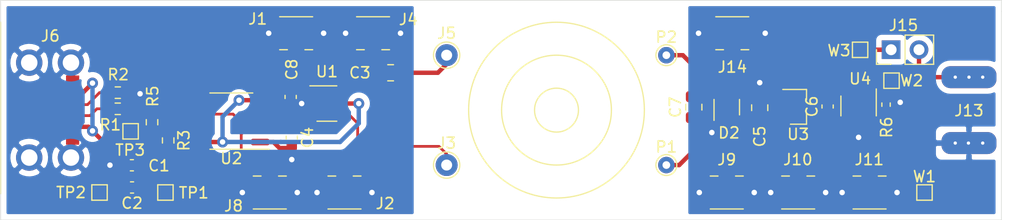
<source format=kicad_pcb>
(kicad_pcb (version 20171130) (host pcbnew "(5.1.10)-1")

  (general
    (thickness 1.6)
    (drawings 8)
    (tracks 227)
    (zones 0)
    (modules 39)
    (nets 22)
  )

  (page A4)
  (layers
    (0 F.Cu signal)
    (31 B.Cu signal)
    (32 B.Adhes user)
    (33 F.Adhes user)
    (34 B.Paste user)
    (35 F.Paste user)
    (36 B.SilkS user)
    (37 F.SilkS user)
    (38 B.Mask user)
    (39 F.Mask user)
    (40 Dwgs.User user)
    (41 Cmts.User user)
    (42 Eco1.User user)
    (43 Eco2.User user)
    (44 Edge.Cuts user)
    (45 Margin user)
    (46 B.CrtYd user hide)
    (47 F.CrtYd user hide)
    (48 B.Fab user hide)
    (49 F.Fab user hide)
  )

  (setup
    (last_trace_width 0.25)
    (trace_clearance 0.2)
    (zone_clearance 0.508)
    (zone_45_only no)
    (trace_min 0.2)
    (via_size 0.8)
    (via_drill 0.4)
    (via_min_size 0.4)
    (via_min_drill 0.3)
    (uvia_size 0.3)
    (uvia_drill 0.1)
    (uvias_allowed no)
    (uvia_min_size 0.2)
    (uvia_min_drill 0.1)
    (edge_width 0.05)
    (segment_width 0.2)
    (pcb_text_width 0.3)
    (pcb_text_size 1.5 1.5)
    (mod_edge_width 0.12)
    (mod_text_size 1 1)
    (mod_text_width 0.15)
    (pad_size 1.524 1.524)
    (pad_drill 0.762)
    (pad_to_mask_clearance 0)
    (aux_axis_origin 0 0)
    (visible_elements 7FFFFFFF)
    (pcbplotparams
      (layerselection 0x010fc_ffffffff)
      (usegerberextensions false)
      (usegerberattributes true)
      (usegerberadvancedattributes true)
      (creategerberjobfile true)
      (excludeedgelayer true)
      (linewidth 0.100000)
      (plotframeref false)
      (viasonmask false)
      (mode 1)
      (useauxorigin false)
      (hpglpennumber 1)
      (hpglpenspeed 20)
      (hpglpendiameter 15.000000)
      (psnegative false)
      (psa4output false)
      (plotreference true)
      (plotvalue true)
      (plotinvisibletext false)
      (padsonsilk false)
      (subtractmaskfromsilk false)
      (outputformat 1)
      (mirror false)
      (drillshape 0)
      (scaleselection 1)
      (outputdirectory "Gerber"))
  )

  (net 0 "")
  (net 1 GND)
  (net 2 VBUS)
  (net 3 "Net-(C3-Pad1)")
  (net 4 "Net-(C4-Pad1)")
  (net 5 GNDREF)
  (net 6 "Net-(C5-Pad1)")
  (net 7 +5V)
  (net 8 "Net-(C7-Pad2)")
  (net 9 "Net-(C7-Pad1)")
  (net 10 "Net-(J6-PadA5)")
  (net 11 "Net-(J6-PadB5)")
  (net 12 +BATT)
  (net 13 "Net-(R3-Pad1)")
  (net 14 "Net-(R6-Pad1)")
  (net 15 "Net-(U2-Pad5)")
  (net 16 /STAT)
  (net 17 "Net-(J13-Pad1)")
  (net 18 "Net-(C3-Pad2)")
  (net 19 "Net-(C8-Pad1)")
  (net 20 "Net-(J1-Pad1)")
  (net 21 "Net-(J2-Pad1)")

  (net_class Default "This is the default net class."
    (clearance 0.2)
    (trace_width 0.25)
    (via_dia 0.8)
    (via_drill 0.4)
    (uvia_dia 0.3)
    (uvia_drill 0.1)
    (add_net /STAT)
    (add_net "Net-(C3-Pad2)")
    (add_net "Net-(C4-Pad1)")
    (add_net "Net-(C8-Pad1)")
    (add_net "Net-(J1-Pad1)")
    (add_net "Net-(J2-Pad1)")
    (add_net "Net-(J6-PadA5)")
    (add_net "Net-(J6-PadB5)")
    (add_net "Net-(R3-Pad1)")
    (add_net "Net-(R6-Pad1)")
    (add_net "Net-(U2-Pad5)")
  )

  (net_class Power ""
    (clearance 0.2)
    (trace_width 0.4)
    (via_dia 1)
    (via_drill 0.5)
    (uvia_dia 0.3)
    (uvia_drill 0.1)
    (add_net +5V)
    (add_net +BATT)
    (add_net GND)
    (add_net GNDREF)
    (add_net "Net-(C3-Pad1)")
    (add_net "Net-(C5-Pad1)")
    (add_net "Net-(C7-Pad1)")
    (add_net "Net-(C7-Pad2)")
    (add_net "Net-(J13-Pad1)")
    (add_net VBUS)
  )

  (module Pixels-dice:SOT-26 (layer F.Cu) (tedit 616B9834) (tstamp 616A791D)
    (at 124.1 54.4 180)
    (descr "6-pin SOT-23 package")
    (tags SOT-23-6)
    (path /616C6B31)
    (attr smd)
    (fp_text reference U1 (at 0 2.9 180) (layer F.SilkS)
      (effects (font (size 1 1) (thickness 0.15)))
    )
    (fp_text value AP1511B (at 0 -2.9 180) (layer F.Fab)
      (effects (font (size 1 1) (thickness 0.15)))
    )
    (fp_text user %R (at 0 0 270) (layer F.Fab)
      (effects (font (size 0.5 0.5) (thickness 0.075)))
    )
    (fp_line (start 0.9 -1.61) (end -0.9 -1.61) (layer F.SilkS) (width 0.12))
    (fp_line (start -0.9 1.61) (end 1.55 1.61) (layer F.SilkS) (width 0.12))
    (fp_line (start -1.9 1.8) (end 1.9 1.8) (layer F.CrtYd) (width 0.05))
    (fp_line (start -1.9 -1.8) (end -1.9 1.8) (layer F.CrtYd) (width 0.05))
    (fp_line (start 1.9 -1.8) (end -1.9 -1.8) (layer F.CrtYd) (width 0.05))
    (fp_line (start 1.9 1.8) (end 1.9 -1.8) (layer F.CrtYd) (width 0.05))
    (fp_line (start 0.9 0.9) (end 0.25 1.55) (layer F.Fab) (width 0.1))
    (fp_line (start -0.9 1.55) (end 0.25 1.55) (layer F.Fab) (width 0.1))
    (fp_line (start 0.9 0.9) (end 0.9 -1.55) (layer F.Fab) (width 0.1))
    (fp_line (start -0.9 -1.55) (end 0.9 -1.55) (layer F.Fab) (width 0.1))
    (fp_line (start -0.9 1.55) (end -0.9 -1.55) (layer F.Fab) (width 0.1))
    (pad 5 smd rect (at -1.1 0) (size 1.06 0.65) (layers F.Cu F.Paste F.Mask)
      (net 2 VBUS))
    (pad 6 smd rect (at -1.1 0.95) (size 1.06 0.65) (layers F.Cu F.Paste F.Mask)
      (net 18 "Net-(C3-Pad2)"))
    (pad 4 smd rect (at -1.1 -0.95) (size 1.06 0.65) (layers F.Cu F.Paste F.Mask)
      (net 21 "Net-(J2-Pad1)"))
    (pad 3 smd rect (at 1.1 -0.95) (size 1.06 0.65) (layers F.Cu F.Paste F.Mask)
      (net 20 "Net-(J1-Pad1)"))
    (pad 2 smd rect (at 1.1 0) (size 1.06 0.65) (layers F.Cu F.Paste F.Mask)
      (net 1 GND))
    (pad 1 smd rect (at 1.1 0.95) (size 1.06 0.65) (layers F.Cu F.Paste F.Mask)
      (net 19 "Net-(C8-Pad1)"))
    (model ${KISYS3DMOD}/Package_TO_SOT_SMD.3dshapes/SOT-23-6.wrl
      (at (xyz 0 0 0))
      (scale (xyz 1 1 1))
      (rotate (xyz 0 0 0))
    )
  )

  (module "Pixels-dice:U.FL-R-SMT-1(80)" (layer F.Cu) (tedit 616A0C8C) (tstamp 616C027D)
    (at 121.3 48)
    (path /6172AE1F)
    (attr smd)
    (fp_text reference J1 (at -3.5 -1.3) (layer F.SilkS)
      (effects (font (size 1 1) (thickness 0.15)))
    )
    (fp_text value Conn_Coaxial (at 0.1 -1.9) (layer F.Fab)
      (effects (font (size 1 1) (thickness 0.15)))
    )
    (fp_line (start 1.5 1.5) (end 0.8 1.5) (layer F.SilkS) (width 0.12))
    (fp_line (start -1.5 1.5) (end -0.8 1.5) (layer F.SilkS) (width 0.12))
    (fp_line (start 1.5 -1.5) (end -1.5 -1.5) (layer F.SilkS) (width 0.12))
    (pad 1 smd rect (at 0 1.525) (size 1 1.05) (layers F.Cu F.Paste F.Mask)
      (net 20 "Net-(J1-Pad1)"))
    (pad 2 smd rect (at 1.575 0) (size 1.05 2.2) (layers F.Cu F.Paste F.Mask)
      (net 1 GND))
    (pad 2 smd rect (at -1.575 0) (size 1.05 2.2) (layers F.Cu F.Paste F.Mask)
      (net 1 GND))
  )

  (module Capacitor_SMD:C_0603_1608Metric (layer F.Cu) (tedit 5F68FEEE) (tstamp 616BFF12)
    (at 120.8 53.8 270)
    (descr "Capacitor SMD 0603 (1608 Metric), square (rectangular) end terminal, IPC_7351 nominal, (Body size source: IPC-SM-782 page 76, https://www.pcb-3d.com/wordpress/wp-content/uploads/ipc-sm-782a_amendment_1_and_2.pdf), generated with kicad-footprint-generator")
    (tags capacitor)
    (path /616F5905)
    (attr smd)
    (fp_text reference C8 (at -2.5 -0.1 90) (layer F.SilkS)
      (effects (font (size 1 1) (thickness 0.15)))
    )
    (fp_text value "5pF 10V" (at 0 1.43 90) (layer F.Fab)
      (effects (font (size 1 1) (thickness 0.15)))
    )
    (fp_text user %R (at 0 0 90) (layer F.Fab)
      (effects (font (size 0.4 0.4) (thickness 0.06)))
    )
    (fp_line (start -0.8 0.4) (end -0.8 -0.4) (layer F.Fab) (width 0.1))
    (fp_line (start -0.8 -0.4) (end 0.8 -0.4) (layer F.Fab) (width 0.1))
    (fp_line (start 0.8 -0.4) (end 0.8 0.4) (layer F.Fab) (width 0.1))
    (fp_line (start 0.8 0.4) (end -0.8 0.4) (layer F.Fab) (width 0.1))
    (fp_line (start -0.14058 -0.51) (end 0.14058 -0.51) (layer F.SilkS) (width 0.12))
    (fp_line (start -0.14058 0.51) (end 0.14058 0.51) (layer F.SilkS) (width 0.12))
    (fp_line (start -1.48 0.73) (end -1.48 -0.73) (layer F.CrtYd) (width 0.05))
    (fp_line (start -1.48 -0.73) (end 1.48 -0.73) (layer F.CrtYd) (width 0.05))
    (fp_line (start 1.48 -0.73) (end 1.48 0.73) (layer F.CrtYd) (width 0.05))
    (fp_line (start 1.48 0.73) (end -1.48 0.73) (layer F.CrtYd) (width 0.05))
    (pad 2 smd roundrect (at 0.775 0 270) (size 0.9 0.95) (layers F.Cu F.Paste F.Mask) (roundrect_rratio 0.25)
      (net 1 GND))
    (pad 1 smd roundrect (at -0.775 0 270) (size 0.9 0.95) (layers F.Cu F.Paste F.Mask) (roundrect_rratio 0.25)
      (net 19 "Net-(C8-Pad1)"))
    (model ${KISYS3DMOD}/Capacitor_SMD.3dshapes/C_0603_1608Metric.wrl
      (at (xyz 0 0 0))
      (scale (xyz 1 1 1))
      (rotate (xyz 0 0 0))
    )
  )

  (module Capacitor_SMD:C_0603_1608Metric (layer F.Cu) (tedit 5F68FEEE) (tstamp 616A762E)
    (at 120.9 57.5 270)
    (descr "Capacitor SMD 0603 (1608 Metric), square (rectangular) end terminal, IPC_7351 nominal, (Body size source: IPC-SM-782 page 76, https://www.pcb-3d.com/wordpress/wp-content/uploads/ipc-sm-782a_amendment_1_and_2.pdf), generated with kicad-footprint-generator")
    (tags capacitor)
    (path /60AF0ABE)
    (attr smd)
    (fp_text reference C4 (at 0 -1.43 90) (layer F.SilkS)
      (effects (font (size 1 1) (thickness 0.15)))
    )
    (fp_text value "2.2nF 10V" (at 0 1.43 90) (layer F.Fab)
      (effects (font (size 1 1) (thickness 0.15)))
    )
    (fp_text user %R (at 0 0 90) (layer F.Fab)
      (effects (font (size 0.4 0.4) (thickness 0.06)))
    )
    (fp_line (start -0.8 0.4) (end -0.8 -0.4) (layer F.Fab) (width 0.1))
    (fp_line (start -0.8 -0.4) (end 0.8 -0.4) (layer F.Fab) (width 0.1))
    (fp_line (start 0.8 -0.4) (end 0.8 0.4) (layer F.Fab) (width 0.1))
    (fp_line (start 0.8 0.4) (end -0.8 0.4) (layer F.Fab) (width 0.1))
    (fp_line (start -0.14058 -0.51) (end 0.14058 -0.51) (layer F.SilkS) (width 0.12))
    (fp_line (start -0.14058 0.51) (end 0.14058 0.51) (layer F.SilkS) (width 0.12))
    (fp_line (start -1.48 0.73) (end -1.48 -0.73) (layer F.CrtYd) (width 0.05))
    (fp_line (start -1.48 -0.73) (end 1.48 -0.73) (layer F.CrtYd) (width 0.05))
    (fp_line (start 1.48 -0.73) (end 1.48 0.73) (layer F.CrtYd) (width 0.05))
    (fp_line (start 1.48 0.73) (end -1.48 0.73) (layer F.CrtYd) (width 0.05))
    (pad 2 smd roundrect (at 0.775 0 270) (size 0.9 0.95) (layers F.Cu F.Paste F.Mask) (roundrect_rratio 0.25)
      (net 1 GND))
    (pad 1 smd roundrect (at -0.775 0 270) (size 0.9 0.95) (layers F.Cu F.Paste F.Mask) (roundrect_rratio 0.25)
      (net 4 "Net-(C4-Pad1)"))
    (model ${KISYS3DMOD}/Capacitor_SMD.3dshapes/C_0603_1608Metric.wrl
      (at (xyz 0 0 0))
      (scale (xyz 1 1 1))
      (rotate (xyz 0 0 0))
    )
  )

  (module Capacitor_SMD:C_0603_1608Metric (layer F.Cu) (tedit 5F68FEEE) (tstamp 616A5D3B)
    (at 169.68 54.67 90)
    (descr "Capacitor SMD 0603 (1608 Metric), square (rectangular) end terminal, IPC_7351 nominal, (Body size source: IPC-SM-782 page 76, https://www.pcb-3d.com/wordpress/wp-content/uploads/ipc-sm-782a_amendment_1_and_2.pdf), generated with kicad-footprint-generator")
    (tags capacitor)
    (path /5BCFCF67)
    (attr smd)
    (fp_text reference C6 (at 0 -1.43 90) (layer F.SilkS)
      (effects (font (size 1 1) (thickness 0.15)))
    )
    (fp_text value "4.7uF 6.3V 20%" (at 0 1.43 90) (layer F.Fab)
      (effects (font (size 1 1) (thickness 0.15)))
    )
    (fp_line (start 1.48 0.73) (end -1.48 0.73) (layer F.CrtYd) (width 0.05))
    (fp_line (start 1.48 -0.73) (end 1.48 0.73) (layer F.CrtYd) (width 0.05))
    (fp_line (start -1.48 -0.73) (end 1.48 -0.73) (layer F.CrtYd) (width 0.05))
    (fp_line (start -1.48 0.73) (end -1.48 -0.73) (layer F.CrtYd) (width 0.05))
    (fp_line (start -0.14058 0.51) (end 0.14058 0.51) (layer F.SilkS) (width 0.12))
    (fp_line (start -0.14058 -0.51) (end 0.14058 -0.51) (layer F.SilkS) (width 0.12))
    (fp_line (start 0.8 0.4) (end -0.8 0.4) (layer F.Fab) (width 0.1))
    (fp_line (start 0.8 -0.4) (end 0.8 0.4) (layer F.Fab) (width 0.1))
    (fp_line (start -0.8 -0.4) (end 0.8 -0.4) (layer F.Fab) (width 0.1))
    (fp_line (start -0.8 0.4) (end -0.8 -0.4) (layer F.Fab) (width 0.1))
    (fp_text user %R (at 0 0 90) (layer F.Fab)
      (effects (font (size 0.4 0.4) (thickness 0.06)))
    )
    (pad 2 smd roundrect (at 0.775 0 90) (size 0.9 0.95) (layers F.Cu F.Paste F.Mask) (roundrect_rratio 0.25)
      (net 5 GNDREF))
    (pad 1 smd roundrect (at -0.775 0 90) (size 0.9 0.95) (layers F.Cu F.Paste F.Mask) (roundrect_rratio 0.25)
      (net 7 +5V))
    (model ${KISYS3DMOD}/Capacitor_SMD.3dshapes/C_0603_1608Metric.wrl
      (at (xyz 0 0 0))
      (scale (xyz 1 1 1))
      (rotate (xyz 0 0 0))
    )
  )

  (module TestPoint:TestPoint_Pad_1.0x1.0mm (layer F.Cu) (tedit 5A0F774F) (tstamp 616A9E9D)
    (at 172.64 49.51)
    (descr "SMD rectangular pad as test Point, square 1.0mm side length")
    (tags "test point SMD pad rectangle square")
    (path /61702437)
    (attr virtual)
    (fp_text reference W3 (at -1.92 0.07) (layer F.SilkS)
      (effects (font (size 1 1) (thickness 0.15)))
    )
    (fp_text value BATT (at 0 1.55) (layer F.Fab)
      (effects (font (size 1 1) (thickness 0.15)))
    )
    (fp_line (start 1 1) (end -1 1) (layer F.CrtYd) (width 0.05))
    (fp_line (start 1 1) (end 1 -1) (layer F.CrtYd) (width 0.05))
    (fp_line (start -1 -1) (end -1 1) (layer F.CrtYd) (width 0.05))
    (fp_line (start -1 -1) (end 1 -1) (layer F.CrtYd) (width 0.05))
    (fp_line (start -0.7 0.7) (end -0.7 -0.7) (layer F.SilkS) (width 0.12))
    (fp_line (start 0.7 0.7) (end -0.7 0.7) (layer F.SilkS) (width 0.12))
    (fp_line (start 0.7 -0.7) (end 0.7 0.7) (layer F.SilkS) (width 0.12))
    (fp_line (start -0.7 -0.7) (end 0.7 -0.7) (layer F.SilkS) (width 0.12))
    (fp_text user %R (at 0 -1.45) (layer F.Fab)
      (effects (font (size 1 1) (thickness 0.15)))
    )
    (pad 1 smd rect (at 0 0) (size 1 1) (layers F.Cu F.Mask)
      (net 12 +BATT))
  )

  (module "Pixels-dice:U.FL-R-SMT-1(80)" (layer F.Cu) (tedit 616A0C8C) (tstamp 616A861F)
    (at 161 48)
    (path /61752F20)
    (attr smd)
    (fp_text reference J14 (at 0.01 3.08) (layer F.SilkS)
      (effects (font (size 1 1) (thickness 0.15)))
    )
    (fp_text value Conn_Coaxial (at 0.1 -1.9) (layer F.Fab)
      (effects (font (size 1 1) (thickness 0.15)))
    )
    (fp_line (start 1.5 -1.5) (end -1.5 -1.5) (layer F.SilkS) (width 0.12))
    (fp_line (start -1.5 1.5) (end -0.8 1.5) (layer F.SilkS) (width 0.12))
    (fp_line (start 1.5 1.5) (end 0.8 1.5) (layer F.SilkS) (width 0.12))
    (pad 1 smd rect (at 0 1.525) (size 1 1.05) (layers F.Cu F.Paste F.Mask)
      (net 8 "Net-(C7-Pad2)"))
    (pad 2 smd rect (at 1.575 0) (size 1.05 2.2) (layers F.Cu F.Paste F.Mask)
      (net 5 GNDREF))
    (pad 2 smd rect (at -1.575 0) (size 1.05 2.2) (layers F.Cu F.Paste F.Mask)
      (net 5 GNDREF))
  )

  (module "Pixels-dice:U.FL-R-SMT-1(80)" (layer F.Cu) (tedit 616A0C8C) (tstamp 616A85D7)
    (at 173.5 62.5 180)
    (path /61751A2C)
    (attr smd)
    (fp_text reference J11 (at 0.03 3) (layer F.SilkS)
      (effects (font (size 1 1) (thickness 0.15)))
    )
    (fp_text value Conn_Coaxial (at 0.1 -1.9) (layer F.Fab)
      (effects (font (size 1 1) (thickness 0.15)))
    )
    (fp_line (start 1.5 -1.5) (end -1.5 -1.5) (layer F.SilkS) (width 0.12))
    (fp_line (start -1.5 1.5) (end -0.8 1.5) (layer F.SilkS) (width 0.12))
    (fp_line (start 1.5 1.5) (end 0.8 1.5) (layer F.SilkS) (width 0.12))
    (pad 1 smd rect (at 0 1.525 180) (size 1 1.05) (layers F.Cu F.Paste F.Mask)
      (net 7 +5V))
    (pad 2 smd rect (at 1.575 0 180) (size 1.05 2.2) (layers F.Cu F.Paste F.Mask)
      (net 5 GNDREF))
    (pad 2 smd rect (at -1.575 0 180) (size 1.05 2.2) (layers F.Cu F.Paste F.Mask)
      (net 5 GNDREF))
  )

  (module "Pixels-dice:U.FL-R-SMT-1(80)" (layer F.Cu) (tedit 616A0C8C) (tstamp 616A85CD)
    (at 167 62.5 180)
    (path /6174F9EA)
    (attr smd)
    (fp_text reference J10 (at 0.03 3) (layer F.SilkS)
      (effects (font (size 1 1) (thickness 0.15)))
    )
    (fp_text value Conn_Coaxial (at 0.1 -1.9) (layer F.Fab)
      (effects (font (size 1 1) (thickness 0.15)))
    )
    (fp_line (start 1.5 -1.5) (end -1.5 -1.5) (layer F.SilkS) (width 0.12))
    (fp_line (start -1.5 1.5) (end -0.8 1.5) (layer F.SilkS) (width 0.12))
    (fp_line (start 1.5 1.5) (end 0.8 1.5) (layer F.SilkS) (width 0.12))
    (pad 1 smd rect (at 0 1.525 180) (size 1 1.05) (layers F.Cu F.Paste F.Mask)
      (net 6 "Net-(C5-Pad1)"))
    (pad 2 smd rect (at 1.575 0 180) (size 1.05 2.2) (layers F.Cu F.Paste F.Mask)
      (net 5 GNDREF))
    (pad 2 smd rect (at -1.575 0 180) (size 1.05 2.2) (layers F.Cu F.Paste F.Mask)
      (net 5 GNDREF))
  )

  (module "Pixels-dice:U.FL-R-SMT-1(80)" (layer F.Cu) (tedit 616A0C8C) (tstamp 616A85C3)
    (at 160.5 62.5 180)
    (path /617523B5)
    (attr smd)
    (fp_text reference J9 (at 0 2.99) (layer F.SilkS)
      (effects (font (size 1 1) (thickness 0.15)))
    )
    (fp_text value Conn_Coaxial (at 0.1 -1.9) (layer F.Fab)
      (effects (font (size 1 1) (thickness 0.15)))
    )
    (fp_line (start 1.5 -1.5) (end -1.5 -1.5) (layer F.SilkS) (width 0.12))
    (fp_line (start -1.5 1.5) (end -0.8 1.5) (layer F.SilkS) (width 0.12))
    (fp_line (start 1.5 1.5) (end 0.8 1.5) (layer F.SilkS) (width 0.12))
    (pad 1 smd rect (at 0 1.525 180) (size 1 1.05) (layers F.Cu F.Paste F.Mask)
      (net 9 "Net-(C7-Pad1)"))
    (pad 2 smd rect (at 1.575 0 180) (size 1.05 2.2) (layers F.Cu F.Paste F.Mask)
      (net 5 GNDREF))
    (pad 2 smd rect (at -1.575 0 180) (size 1.05 2.2) (layers F.Cu F.Paste F.Mask)
      (net 5 GNDREF))
  )

  (module "Pixels-dice:U.FL-R-SMT-1(80)" (layer F.Cu) (tedit 616A0C8C) (tstamp 616A85B9)
    (at 118.9 62.5 180)
    (path /61739183)
    (attr smd)
    (fp_text reference J8 (at 3.3 -1.22) (layer F.SilkS)
      (effects (font (size 1 1) (thickness 0.15)))
    )
    (fp_text value Conn_Coaxial (at 0.1 -1.9) (layer F.Fab)
      (effects (font (size 1 1) (thickness 0.15)))
    )
    (fp_line (start 1.5 -1.5) (end -1.5 -1.5) (layer F.SilkS) (width 0.12))
    (fp_line (start -1.5 1.5) (end -0.8 1.5) (layer F.SilkS) (width 0.12))
    (fp_line (start 1.5 1.5) (end 0.8 1.5) (layer F.SilkS) (width 0.12))
    (pad 1 smd rect (at 0 1.525 180) (size 1 1.05) (layers F.Cu F.Paste F.Mask)
      (net 4 "Net-(C4-Pad1)"))
    (pad 2 smd rect (at 1.575 0 180) (size 1.05 2.2) (layers F.Cu F.Paste F.Mask)
      (net 1 GND))
    (pad 2 smd rect (at -1.575 0 180) (size 1.05 2.2) (layers F.Cu F.Paste F.Mask)
      (net 1 GND))
  )

  (module "Pixels-dice:U.FL-R-SMT-1(80)" (layer F.Cu) (tedit 616A0C8C) (tstamp 616C0832)
    (at 128.3 48)
    (path /61709060)
    (attr smd)
    (fp_text reference J4 (at 3.21 -1.25) (layer F.SilkS)
      (effects (font (size 1 1) (thickness 0.15)))
    )
    (fp_text value Conn_Coaxial (at 0.1 -1.9) (layer F.Fab)
      (effects (font (size 1 1) (thickness 0.15)))
    )
    (fp_line (start 1.5 -1.5) (end -1.5 -1.5) (layer F.SilkS) (width 0.12))
    (fp_line (start -1.5 1.5) (end -0.8 1.5) (layer F.SilkS) (width 0.12))
    (fp_line (start 1.5 1.5) (end 0.8 1.5) (layer F.SilkS) (width 0.12))
    (pad 1 smd rect (at 0 1.525) (size 1 1.05) (layers F.Cu F.Paste F.Mask)
      (net 18 "Net-(C3-Pad2)"))
    (pad 2 smd rect (at 1.575 0) (size 1.05 2.2) (layers F.Cu F.Paste F.Mask)
      (net 1 GND))
    (pad 2 smd rect (at -1.575 0) (size 1.05 2.2) (layers F.Cu F.Paste F.Mask)
      (net 1 GND))
  )

  (module "Pixels-dice:U.FL-R-SMT-1(80)" (layer F.Cu) (tedit 616A0C8C) (tstamp 616A8563)
    (at 125.7 62.5 180)
    (path /617007F3)
    (attr smd)
    (fp_text reference J2 (at -3.7 -1) (layer F.SilkS)
      (effects (font (size 1 1) (thickness 0.15)))
    )
    (fp_text value Conn_Coaxial (at 0.1 -1.9) (layer F.Fab)
      (effects (font (size 1 1) (thickness 0.15)))
    )
    (fp_line (start 1.5 -1.5) (end -1.5 -1.5) (layer F.SilkS) (width 0.12))
    (fp_line (start -1.5 1.5) (end -0.8 1.5) (layer F.SilkS) (width 0.12))
    (fp_line (start 1.5 1.5) (end 0.8 1.5) (layer F.SilkS) (width 0.12))
    (pad 1 smd rect (at 0 1.525 180) (size 1 1.05) (layers F.Cu F.Paste F.Mask)
      (net 21 "Net-(J2-Pad1)"))
    (pad 2 smd rect (at 1.575 0 180) (size 1.05 2.2) (layers F.Cu F.Paste F.Mask)
      (net 1 GND))
    (pad 2 smd rect (at -1.575 0 180) (size 1.05 2.2) (layers F.Cu F.Paste F.Mask)
      (net 1 GND))
  )

  (module TestPoint:TestPoint_Pad_1.0x1.0mm (layer F.Cu) (tedit 5A0F774F) (tstamp 616AD3A6)
    (at 175.5 52.32)
    (descr "SMD rectangular pad as test Point, square 1.0mm side length")
    (tags "test point SMD pad rectangle square")
    (path /5CF89837)
    (attr virtual)
    (fp_text reference W2 (at 1.83 0) (layer F.SilkS)
      (effects (font (size 1 1) (thickness 0.15)))
    )
    (fp_text value STAT (at 0 1.55) (layer F.Fab)
      (effects (font (size 1 1) (thickness 0.15)))
    )
    (fp_line (start 1 1) (end -1 1) (layer F.CrtYd) (width 0.05))
    (fp_line (start 1 1) (end 1 -1) (layer F.CrtYd) (width 0.05))
    (fp_line (start -1 -1) (end -1 1) (layer F.CrtYd) (width 0.05))
    (fp_line (start -1 -1) (end 1 -1) (layer F.CrtYd) (width 0.05))
    (fp_line (start -0.7 0.7) (end -0.7 -0.7) (layer F.SilkS) (width 0.12))
    (fp_line (start 0.7 0.7) (end -0.7 0.7) (layer F.SilkS) (width 0.12))
    (fp_line (start 0.7 -0.7) (end 0.7 0.7) (layer F.SilkS) (width 0.12))
    (fp_line (start -0.7 -0.7) (end 0.7 -0.7) (layer F.SilkS) (width 0.12))
    (fp_text user %R (at 0 -1.45) (layer F.Fab)
      (effects (font (size 1 1) (thickness 0.15)))
    )
    (pad 1 smd rect (at 0 0) (size 1 1) (layers F.Cu F.Mask)
      (net 16 /STAT))
  )

  (module TestPoint:TestPoint_Pad_1.0x1.0mm (layer F.Cu) (tedit 5A0F774F) (tstamp 616A8833)
    (at 178.5 62.5)
    (descr "SMD rectangular pad as test Point, square 1.0mm side length")
    (tags "test point SMD pad rectangle square")
    (path /5BAF4B0A)
    (attr virtual)
    (fp_text reference W1 (at 0 -1.448) (layer F.SilkS)
      (effects (font (size 1 1) (thickness 0.15)))
    )
    (fp_text value GND (at 0 1.55) (layer F.Fab)
      (effects (font (size 1 1) (thickness 0.15)))
    )
    (fp_line (start 1 1) (end -1 1) (layer F.CrtYd) (width 0.05))
    (fp_line (start 1 1) (end 1 -1) (layer F.CrtYd) (width 0.05))
    (fp_line (start -1 -1) (end -1 1) (layer F.CrtYd) (width 0.05))
    (fp_line (start -1 -1) (end 1 -1) (layer F.CrtYd) (width 0.05))
    (fp_line (start -0.7 0.7) (end -0.7 -0.7) (layer F.SilkS) (width 0.12))
    (fp_line (start 0.7 0.7) (end -0.7 0.7) (layer F.SilkS) (width 0.12))
    (fp_line (start 0.7 -0.7) (end 0.7 0.7) (layer F.SilkS) (width 0.12))
    (fp_line (start -0.7 -0.7) (end 0.7 -0.7) (layer F.SilkS) (width 0.12))
    (fp_text user %R (at 0 -1.45) (layer F.Fab)
      (effects (font (size 1 1) (thickness 0.15)))
    )
    (pad 1 smd rect (at 0 0) (size 1 1) (layers F.Cu F.Mask)
      (net 5 GNDREF))
  )

  (module TestPoint:TestPoint_Pad_1.0x1.0mm (layer F.Cu) (tedit 5A0F774F) (tstamp 616AD18F)
    (at 106.23 56.93)
    (descr "SMD rectangular pad as test Point, square 1.0mm side length")
    (tags "test point SMD pad rectangle square")
    (path /60CC7B8C)
    (attr virtual)
    (fp_text reference TP3 (at -0.04 1.71) (layer F.SilkS)
      (effects (font (size 1 1) (thickness 0.15)))
    )
    (fp_text value TestPoint_Small (at 0 1.55) (layer F.Fab)
      (effects (font (size 1 1) (thickness 0.15)))
    )
    (fp_line (start 1 1) (end -1 1) (layer F.CrtYd) (width 0.05))
    (fp_line (start 1 1) (end 1 -1) (layer F.CrtYd) (width 0.05))
    (fp_line (start -1 -1) (end -1 1) (layer F.CrtYd) (width 0.05))
    (fp_line (start -1 -1) (end 1 -1) (layer F.CrtYd) (width 0.05))
    (fp_line (start -0.7 0.7) (end -0.7 -0.7) (layer F.SilkS) (width 0.12))
    (fp_line (start 0.7 0.7) (end -0.7 0.7) (layer F.SilkS) (width 0.12))
    (fp_line (start 0.7 -0.7) (end 0.7 0.7) (layer F.SilkS) (width 0.12))
    (fp_line (start -0.7 -0.7) (end 0.7 -0.7) (layer F.SilkS) (width 0.12))
    (fp_text user %R (at 0 -1.45) (layer F.Fab)
      (effects (font (size 1 1) (thickness 0.15)))
    )
    (pad 1 smd rect (at 0 0) (size 1 1) (layers F.Cu F.Mask)
      (net 13 "Net-(R3-Pad1)"))
  )

  (module TestPoint:TestPoint_Pad_1.0x1.0mm (layer F.Cu) (tedit 5A0F774F) (tstamp 616A876B)
    (at 103.4 62.5)
    (descr "SMD rectangular pad as test Point, square 1.0mm side length")
    (tags "test point SMD pad rectangle square")
    (path /60B27F6D)
    (attr virtual)
    (fp_text reference TP2 (at -2.59 0) (layer F.SilkS)
      (effects (font (size 1 1) (thickness 0.15)))
    )
    (fp_text value TestPoint_Small (at 0 1.55) (layer F.Fab)
      (effects (font (size 1 1) (thickness 0.15)))
    )
    (fp_line (start 1 1) (end -1 1) (layer F.CrtYd) (width 0.05))
    (fp_line (start 1 1) (end 1 -1) (layer F.CrtYd) (width 0.05))
    (fp_line (start -1 -1) (end -1 1) (layer F.CrtYd) (width 0.05))
    (fp_line (start -1 -1) (end 1 -1) (layer F.CrtYd) (width 0.05))
    (fp_line (start -0.7 0.7) (end -0.7 -0.7) (layer F.SilkS) (width 0.12))
    (fp_line (start 0.7 0.7) (end -0.7 0.7) (layer F.SilkS) (width 0.12))
    (fp_line (start 0.7 -0.7) (end 0.7 0.7) (layer F.SilkS) (width 0.12))
    (fp_line (start -0.7 -0.7) (end 0.7 -0.7) (layer F.SilkS) (width 0.12))
    (fp_text user %R (at 0 -1.45) (layer F.Fab)
      (effects (font (size 1 1) (thickness 0.15)))
    )
    (pad 1 smd rect (at 0 0) (size 1 1) (layers F.Cu F.Mask)
      (net 1 GND))
  )

  (module TestPoint:TestPoint_Pad_1.0x1.0mm (layer F.Cu) (tedit 5A0F774F) (tstamp 616A875D)
    (at 109.4 62.5)
    (descr "SMD rectangular pad as test Point, square 1.0mm side length")
    (tags "test point SMD pad rectangle square")
    (path /60B26E3D)
    (attr virtual)
    (fp_text reference TP1 (at 2.58 0.03) (layer F.SilkS)
      (effects (font (size 1 1) (thickness 0.15)))
    )
    (fp_text value TestPoint_Small (at 0 1.55) (layer F.Fab)
      (effects (font (size 1 1) (thickness 0.15)))
    )
    (fp_line (start 1 1) (end -1 1) (layer F.CrtYd) (width 0.05))
    (fp_line (start 1 1) (end 1 -1) (layer F.CrtYd) (width 0.05))
    (fp_line (start -1 -1) (end -1 1) (layer F.CrtYd) (width 0.05))
    (fp_line (start -1 -1) (end 1 -1) (layer F.CrtYd) (width 0.05))
    (fp_line (start -0.7 0.7) (end -0.7 -0.7) (layer F.SilkS) (width 0.12))
    (fp_line (start 0.7 0.7) (end -0.7 0.7) (layer F.SilkS) (width 0.12))
    (fp_line (start 0.7 -0.7) (end 0.7 0.7) (layer F.SilkS) (width 0.12))
    (fp_line (start -0.7 -0.7) (end 0.7 -0.7) (layer F.SilkS) (width 0.12))
    (fp_text user %R (at 0 -1.45) (layer F.Fab)
      (effects (font (size 1 1) (thickness 0.15)))
    )
    (pad 1 smd rect (at 0 0) (size 1 1) (layers F.Cu F.Mask)
      (net 2 VBUS))
  )

  (module Connector_PinHeader_2.54mm:PinHeader_1x02_P2.54mm_Vertical (layer F.Cu) (tedit 59FED5CC) (tstamp 616A6C99)
    (at 175.46 49.5 90)
    (descr "Through hole straight pin header, 1x02, 2.54mm pitch, single row")
    (tags "Through hole pin header THT 1x02 2.54mm single row")
    (path /616CA6C3)
    (fp_text reference J15 (at 2.22 1.13 180) (layer F.SilkS)
      (effects (font (size 1 1) (thickness 0.15)))
    )
    (fp_text value Conn_01x02 (at 0 4.87 90) (layer F.Fab)
      (effects (font (size 1 1) (thickness 0.15)))
    )
    (fp_line (start 1.8 -1.8) (end -1.8 -1.8) (layer F.CrtYd) (width 0.05))
    (fp_line (start 1.8 4.35) (end 1.8 -1.8) (layer F.CrtYd) (width 0.05))
    (fp_line (start -1.8 4.35) (end 1.8 4.35) (layer F.CrtYd) (width 0.05))
    (fp_line (start -1.8 -1.8) (end -1.8 4.35) (layer F.CrtYd) (width 0.05))
    (fp_line (start -1.33 -1.33) (end 0 -1.33) (layer F.SilkS) (width 0.12))
    (fp_line (start -1.33 0) (end -1.33 -1.33) (layer F.SilkS) (width 0.12))
    (fp_line (start -1.33 1.27) (end 1.33 1.27) (layer F.SilkS) (width 0.12))
    (fp_line (start 1.33 1.27) (end 1.33 3.87) (layer F.SilkS) (width 0.12))
    (fp_line (start -1.33 1.27) (end -1.33 3.87) (layer F.SilkS) (width 0.12))
    (fp_line (start -1.33 3.87) (end 1.33 3.87) (layer F.SilkS) (width 0.12))
    (fp_line (start -1.27 -0.635) (end -0.635 -1.27) (layer F.Fab) (width 0.1))
    (fp_line (start -1.27 3.81) (end -1.27 -0.635) (layer F.Fab) (width 0.1))
    (fp_line (start 1.27 3.81) (end -1.27 3.81) (layer F.Fab) (width 0.1))
    (fp_line (start 1.27 -1.27) (end 1.27 3.81) (layer F.Fab) (width 0.1))
    (fp_line (start -0.635 -1.27) (end 1.27 -1.27) (layer F.Fab) (width 0.1))
    (fp_text user %R (at 0 1.27) (layer F.Fab)
      (effects (font (size 1 1) (thickness 0.15)))
    )
    (pad 2 thru_hole oval (at 0 2.54 90) (size 1.7 1.7) (drill 1) (layers *.Cu *.Mask)
      (net 17 "Net-(J13-Pad1)"))
    (pad 1 thru_hole rect (at 0 0 90) (size 1.7 1.7) (drill 1) (layers *.Cu *.Mask)
      (net 12 +BATT))
    (model ${KISYS3DMOD}/Connector_PinHeader_2.54mm.3dshapes/PinHeader_1x02_P2.54mm_Vertical.wrl
      (at (xyz 0 0 0))
      (scale (xyz 1 1 1))
      (rotate (xyz 0 0 0))
    )
  )

  (module Package_TO_SOT_SMD:SOT-23-5 (layer F.Cu) (tedit 5A02FF57) (tstamp 616A5F29)
    (at 172.5 54.62 270)
    (descr "5-pin SOT23 package")
    (tags SOT-23-5)
    (path /5BD026C5)
    (attr smd)
    (fp_text reference U4 (at -2.47 -0.14 180) (layer F.SilkS)
      (effects (font (size 1 1) (thickness 0.15)))
    )
    (fp_text value MCP73832T-2ACI/OT (at 0 2.9 90) (layer F.Fab)
      (effects (font (size 1 1) (thickness 0.15)))
    )
    (fp_line (start 0.9 -1.55) (end 0.9 1.55) (layer F.Fab) (width 0.1))
    (fp_line (start 0.9 1.55) (end -0.9 1.55) (layer F.Fab) (width 0.1))
    (fp_line (start -0.9 -0.9) (end -0.9 1.55) (layer F.Fab) (width 0.1))
    (fp_line (start 0.9 -1.55) (end -0.25 -1.55) (layer F.Fab) (width 0.1))
    (fp_line (start -0.9 -0.9) (end -0.25 -1.55) (layer F.Fab) (width 0.1))
    (fp_line (start -1.9 1.8) (end -1.9 -1.8) (layer F.CrtYd) (width 0.05))
    (fp_line (start 1.9 1.8) (end -1.9 1.8) (layer F.CrtYd) (width 0.05))
    (fp_line (start 1.9 -1.8) (end 1.9 1.8) (layer F.CrtYd) (width 0.05))
    (fp_line (start -1.9 -1.8) (end 1.9 -1.8) (layer F.CrtYd) (width 0.05))
    (fp_line (start 0.9 -1.61) (end -1.55 -1.61) (layer F.SilkS) (width 0.12))
    (fp_line (start -0.9 1.61) (end 0.9 1.61) (layer F.SilkS) (width 0.12))
    (fp_text user %R (at 0 0) (layer F.Fab)
      (effects (font (size 0.5 0.5) (thickness 0.075)))
    )
    (pad 5 smd rect (at 1.1 -0.95 270) (size 1.06 0.65) (layers F.Cu F.Paste F.Mask)
      (net 14 "Net-(R6-Pad1)"))
    (pad 4 smd rect (at 1.1 0.95 270) (size 1.06 0.65) (layers F.Cu F.Paste F.Mask)
      (net 7 +5V))
    (pad 3 smd rect (at -1.1 0.95 270) (size 1.06 0.65) (layers F.Cu F.Paste F.Mask)
      (net 12 +BATT))
    (pad 2 smd rect (at -1.1 0 270) (size 1.06 0.65) (layers F.Cu F.Paste F.Mask)
      (net 5 GNDREF))
    (pad 1 smd rect (at -1.1 -0.95 270) (size 1.06 0.65) (layers F.Cu F.Paste F.Mask)
      (net 16 /STAT))
    (model ${KISYS3DMOD}/Package_TO_SOT_SMD.3dshapes/SOT-23-5.wrl
      (at (xyz 0 0 0))
      (scale (xyz 1 1 1))
      (rotate (xyz 0 0 0))
    )
  )

  (module Pixels-dice:SOT-23 (layer F.Cu) (tedit 60B2A291) (tstamp 616A5F14)
    (at 167 54.7 180)
    (descr "SOT-23, Standard")
    (tags SOT-23)
    (path /61284904)
    (attr smd)
    (fp_text reference U3 (at 0 -2.5) (layer F.SilkS)
      (effects (font (size 1 1) (thickness 0.15)))
    )
    (fp_text value HX6306P502MR (at 0 2.5) (layer F.Fab)
      (effects (font (size 1 1) (thickness 0.15)))
    )
    (fp_line (start -0.76 -1.58) (end 0.7 -1.58) (layer F.SilkS) (width 0.12))
    (fp_line (start -0.76 1.58) (end 1.4 1.58) (layer F.SilkS) (width 0.12))
    (fp_line (start 1.7 -1.75) (end 1.7 1.75) (layer F.CrtYd) (width 0.05))
    (fp_line (start -1.7 -1.75) (end 1.7 -1.75) (layer F.CrtYd) (width 0.05))
    (fp_line (start -1.7 1.75) (end -1.7 -1.75) (layer F.CrtYd) (width 0.05))
    (fp_line (start 1.7 1.75) (end -1.7 1.75) (layer F.CrtYd) (width 0.05))
    (fp_line (start -0.76 1.58) (end -0.76 0.65) (layer F.SilkS) (width 0.12))
    (fp_line (start -0.76 -1.58) (end -0.76 -0.65) (layer F.SilkS) (width 0.12))
    (fp_line (start 0.7 -1.52) (end -0.7 -1.52) (layer F.Fab) (width 0.1))
    (fp_line (start -0.7 1.52) (end -0.7 -1.52) (layer F.Fab) (width 0.1))
    (fp_line (start 0.7 0.95) (end 0.15 1.52) (layer F.Fab) (width 0.1))
    (fp_line (start 0.15 1.52) (end -0.7 1.52) (layer F.Fab) (width 0.1))
    (fp_line (start 0.7 0.95) (end 0.7 -1.5) (layer F.Fab) (width 0.1))
    (fp_text user %R (at 0 0 270) (layer F.Fab)
      (effects (font (size 0.5 0.5) (thickness 0.075)))
    )
    (pad 3 smd rect (at -1 0) (size 0.9 0.8) (layers F.Cu F.Paste F.Mask)
      (net 6 "Net-(C5-Pad1)"))
    (pad 2 smd rect (at 1 -0.95) (size 0.9 0.8) (layers F.Cu F.Paste F.Mask)
      (net 7 +5V))
    (pad 1 smd rect (at 1 0.95) (size 0.9 0.8) (layers F.Cu F.Paste F.Mask)
      (net 5 GNDREF))
    (model ${KISYS3DMOD}/Package_TO_SOT_SMD.3dshapes/SOT-23.wrl
      (at (xyz 0 0 0))
      (scale (xyz 1 1 1))
      (rotate (xyz 0 0 180))
    )
  )

  (module Package_SO:SOP-8_3.9x4.9mm_P1.27mm (layer F.Cu) (tedit 5D9F72B1) (tstamp 616A758C)
    (at 115.4 56 180)
    (descr "SOP, 8 Pin (http://www.macronix.com/Lists/Datasheet/Attachments/7534/MX25R3235F,%20Wide%20Range,%2032Mb,%20v1.6.pdf#page=79), generated with kicad-footprint-generator ipc_gullwing_generator.py")
    (tags "SOP SO")
    (path /60AD080A)
    (attr smd)
    (fp_text reference U2 (at 0 -3.4) (layer F.SilkS)
      (effects (font (size 1 1) (thickness 0.15)))
    )
    (fp_text value NE551D (at 0 3.4) (layer F.Fab)
      (effects (font (size 1 1) (thickness 0.15)))
    )
    (fp_line (start 3.7 -2.7) (end -3.7 -2.7) (layer F.CrtYd) (width 0.05))
    (fp_line (start 3.7 2.7) (end 3.7 -2.7) (layer F.CrtYd) (width 0.05))
    (fp_line (start -3.7 2.7) (end 3.7 2.7) (layer F.CrtYd) (width 0.05))
    (fp_line (start -3.7 -2.7) (end -3.7 2.7) (layer F.CrtYd) (width 0.05))
    (fp_line (start -1.95 -1.475) (end -0.975 -2.45) (layer F.Fab) (width 0.1))
    (fp_line (start -1.95 2.45) (end -1.95 -1.475) (layer F.Fab) (width 0.1))
    (fp_line (start 1.95 2.45) (end -1.95 2.45) (layer F.Fab) (width 0.1))
    (fp_line (start 1.95 -2.45) (end 1.95 2.45) (layer F.Fab) (width 0.1))
    (fp_line (start -0.975 -2.45) (end 1.95 -2.45) (layer F.Fab) (width 0.1))
    (fp_line (start 0 -2.56) (end -3.45 -2.56) (layer F.SilkS) (width 0.12))
    (fp_line (start 0 -2.56) (end 1.95 -2.56) (layer F.SilkS) (width 0.12))
    (fp_line (start 0 2.56) (end -1.95 2.56) (layer F.SilkS) (width 0.12))
    (fp_line (start 0 2.56) (end 1.95 2.56) (layer F.SilkS) (width 0.12))
    (fp_text user %R (at 0 0) (layer F.Fab)
      (effects (font (size 0.98 0.98) (thickness 0.15)))
    )
    (pad 8 smd roundrect (at 2.625 -1.905 180) (size 1.65 0.6) (layers F.Cu F.Paste F.Mask) (roundrect_rratio 0.25)
      (net 2 VBUS))
    (pad 7 smd roundrect (at 2.625 -0.635 180) (size 1.65 0.6) (layers F.Cu F.Paste F.Mask) (roundrect_rratio 0.25)
      (net 13 "Net-(R3-Pad1)"))
    (pad 6 smd roundrect (at 2.625 0.635 180) (size 1.65 0.6) (layers F.Cu F.Paste F.Mask) (roundrect_rratio 0.25)
      (net 4 "Net-(C4-Pad1)"))
    (pad 5 smd roundrect (at 2.625 1.905 180) (size 1.65 0.6) (layers F.Cu F.Paste F.Mask) (roundrect_rratio 0.25)
      (net 15 "Net-(U2-Pad5)"))
    (pad 4 smd roundrect (at -2.625 1.905 180) (size 1.65 0.6) (layers F.Cu F.Paste F.Mask) (roundrect_rratio 0.25)
      (net 2 VBUS))
    (pad 3 smd roundrect (at -2.625 0.635 180) (size 1.65 0.6) (layers F.Cu F.Paste F.Mask) (roundrect_rratio 0.25)
      (net 20 "Net-(J1-Pad1)"))
    (pad 2 smd roundrect (at -2.625 -0.635 180) (size 1.65 0.6) (layers F.Cu F.Paste F.Mask) (roundrect_rratio 0.25)
      (net 4 "Net-(C4-Pad1)"))
    (pad 1 smd roundrect (at -2.625 -1.905 180) (size 1.65 0.6) (layers F.Cu F.Paste F.Mask) (roundrect_rratio 0.25)
      (net 1 GND))
    (model ${KISYS3DMOD}/Package_SO.3dshapes/SOP-8_3.9x4.9mm_P1.27mm.wrl
      (at (xyz 0 0 0))
      (scale (xyz 1 1 1))
      (rotate (xyz 0 0 0))
    )
  )

  (module Resistor_SMD:R_0402_1005Metric (layer F.Cu) (tedit 5F68FEEE) (tstamp 616A6374)
    (at 175 54.5 90)
    (descr "Resistor SMD 0402 (1005 Metric), square (rectangular) end terminal, IPC_7351 nominal, (Body size source: IPC-SM-782 page 72, https://www.pcb-3d.com/wordpress/wp-content/uploads/ipc-sm-782a_amendment_1_and_2.pdf), generated with kicad-footprint-generator")
    (tags resistor)
    (path /5BD02D61)
    (attr smd)
    (fp_text reference R6 (at -2.07 0.05 90) (layer F.SilkS)
      (effects (font (size 1 1) (thickness 0.15)))
    )
    (fp_text value "10k 5%" (at 0 1.17 90) (layer F.Fab)
      (effects (font (size 1 1) (thickness 0.15)))
    )
    (fp_line (start 0.93 0.47) (end -0.93 0.47) (layer F.CrtYd) (width 0.05))
    (fp_line (start 0.93 -0.47) (end 0.93 0.47) (layer F.CrtYd) (width 0.05))
    (fp_line (start -0.93 -0.47) (end 0.93 -0.47) (layer F.CrtYd) (width 0.05))
    (fp_line (start -0.93 0.47) (end -0.93 -0.47) (layer F.CrtYd) (width 0.05))
    (fp_line (start -0.153641 0.38) (end 0.153641 0.38) (layer F.SilkS) (width 0.12))
    (fp_line (start -0.153641 -0.38) (end 0.153641 -0.38) (layer F.SilkS) (width 0.12))
    (fp_line (start 0.525 0.27) (end -0.525 0.27) (layer F.Fab) (width 0.1))
    (fp_line (start 0.525 -0.27) (end 0.525 0.27) (layer F.Fab) (width 0.1))
    (fp_line (start -0.525 -0.27) (end 0.525 -0.27) (layer F.Fab) (width 0.1))
    (fp_line (start -0.525 0.27) (end -0.525 -0.27) (layer F.Fab) (width 0.1))
    (fp_text user %R (at 0 0 90) (layer F.Fab)
      (effects (font (size 0.26 0.26) (thickness 0.04)))
    )
    (pad 2 smd roundrect (at 0.51 0 90) (size 0.54 0.64) (layers F.Cu F.Paste F.Mask) (roundrect_rratio 0.25)
      (net 5 GNDREF))
    (pad 1 smd roundrect (at -0.51 0 90) (size 0.54 0.64) (layers F.Cu F.Paste F.Mask) (roundrect_rratio 0.25)
      (net 14 "Net-(R6-Pad1)"))
    (model ${KISYS3DMOD}/Resistor_SMD.3dshapes/R_0402_1005Metric.wrl
      (at (xyz 0 0 0))
      (scale (xyz 1 1 1))
      (rotate (xyz 0 0 0))
    )
  )

  (module Resistor_SMD:R_0603_1608Metric (layer F.Cu) (tedit 5F68FEEE) (tstamp 616A7761)
    (at 108.18 56.1 270)
    (descr "Resistor SMD 0603 (1608 Metric), square (rectangular) end terminal, IPC_7351 nominal, (Body size source: IPC-SM-782 page 72, https://www.pcb-3d.com/wordpress/wp-content/uploads/ipc-sm-782a_amendment_1_and_2.pdf), generated with kicad-footprint-generator")
    (tags resistor)
    (path /60AF063A)
    (attr smd)
    (fp_text reference R5 (at -2.36 -0.06 90) (layer F.SilkS)
      (effects (font (size 1 1) (thickness 0.15)))
    )
    (fp_text value "1k 1%" (at 0 1.43 90) (layer F.Fab)
      (effects (font (size 1 1) (thickness 0.15)))
    )
    (fp_line (start 1.48 0.73) (end -1.48 0.73) (layer F.CrtYd) (width 0.05))
    (fp_line (start 1.48 -0.73) (end 1.48 0.73) (layer F.CrtYd) (width 0.05))
    (fp_line (start -1.48 -0.73) (end 1.48 -0.73) (layer F.CrtYd) (width 0.05))
    (fp_line (start -1.48 0.73) (end -1.48 -0.73) (layer F.CrtYd) (width 0.05))
    (fp_line (start -0.237258 0.5225) (end 0.237258 0.5225) (layer F.SilkS) (width 0.12))
    (fp_line (start -0.237258 -0.5225) (end 0.237258 -0.5225) (layer F.SilkS) (width 0.12))
    (fp_line (start 0.8 0.4125) (end -0.8 0.4125) (layer F.Fab) (width 0.1))
    (fp_line (start 0.8 -0.4125) (end 0.8 0.4125) (layer F.Fab) (width 0.1))
    (fp_line (start -0.8 -0.4125) (end 0.8 -0.4125) (layer F.Fab) (width 0.1))
    (fp_line (start -0.8 0.4125) (end -0.8 -0.4125) (layer F.Fab) (width 0.1))
    (fp_text user %R (at 0 0 90) (layer F.Fab)
      (effects (font (size 0.4 0.4) (thickness 0.06)))
    )
    (pad 2 smd roundrect (at 0.825 0 270) (size 0.8 0.95) (layers F.Cu F.Paste F.Mask) (roundrect_rratio 0.25)
      (net 13 "Net-(R3-Pad1)"))
    (pad 1 smd roundrect (at -0.825 0 270) (size 0.8 0.95) (layers F.Cu F.Paste F.Mask) (roundrect_rratio 0.25)
      (net 4 "Net-(C4-Pad1)"))
    (model ${KISYS3DMOD}/Resistor_SMD.3dshapes/R_0603_1608Metric.wrl
      (at (xyz 0 0 0))
      (scale (xyz 1 1 1))
      (rotate (xyz 0 0 0))
    )
  )

  (module Resistor_SMD:R_0603_1608Metric (layer F.Cu) (tedit 5F68FEEE) (tstamp 616A7791)
    (at 109.65 57.76 270)
    (descr "Resistor SMD 0603 (1608 Metric), square (rectangular) end terminal, IPC_7351 nominal, (Body size source: IPC-SM-782 page 72, https://www.pcb-3d.com/wordpress/wp-content/uploads/ipc-sm-782a_amendment_1_and_2.pdf), generated with kicad-footprint-generator")
    (tags resistor)
    (path /60AEF9E1)
    (attr smd)
    (fp_text reference R3 (at 0 -1.43 90) (layer F.SilkS)
      (effects (font (size 1 1) (thickness 0.15)))
    )
    (fp_text value "1k 1%" (at 0 1.43 90) (layer F.Fab)
      (effects (font (size 1 1) (thickness 0.15)))
    )
    (fp_line (start 1.48 0.73) (end -1.48 0.73) (layer F.CrtYd) (width 0.05))
    (fp_line (start 1.48 -0.73) (end 1.48 0.73) (layer F.CrtYd) (width 0.05))
    (fp_line (start -1.48 -0.73) (end 1.48 -0.73) (layer F.CrtYd) (width 0.05))
    (fp_line (start -1.48 0.73) (end -1.48 -0.73) (layer F.CrtYd) (width 0.05))
    (fp_line (start -0.237258 0.5225) (end 0.237258 0.5225) (layer F.SilkS) (width 0.12))
    (fp_line (start -0.237258 -0.5225) (end 0.237258 -0.5225) (layer F.SilkS) (width 0.12))
    (fp_line (start 0.8 0.4125) (end -0.8 0.4125) (layer F.Fab) (width 0.1))
    (fp_line (start 0.8 -0.4125) (end 0.8 0.4125) (layer F.Fab) (width 0.1))
    (fp_line (start -0.8 -0.4125) (end 0.8 -0.4125) (layer F.Fab) (width 0.1))
    (fp_line (start -0.8 0.4125) (end -0.8 -0.4125) (layer F.Fab) (width 0.1))
    (fp_text user %R (at 0 0 90) (layer F.Fab)
      (effects (font (size 0.4 0.4) (thickness 0.06)))
    )
    (pad 2 smd roundrect (at 0.825 0 270) (size 0.8 0.95) (layers F.Cu F.Paste F.Mask) (roundrect_rratio 0.25)
      (net 2 VBUS))
    (pad 1 smd roundrect (at -0.825 0 270) (size 0.8 0.95) (layers F.Cu F.Paste F.Mask) (roundrect_rratio 0.25)
      (net 13 "Net-(R3-Pad1)"))
    (model ${KISYS3DMOD}/Resistor_SMD.3dshapes/R_0603_1608Metric.wrl
      (at (xyz 0 0 0))
      (scale (xyz 1 1 1))
      (rotate (xyz 0 0 0))
    )
  )

  (module Resistor_SMD:R_0603_1608Metric (layer F.Cu) (tedit 5F68FEEE) (tstamp 616A5E61)
    (at 105.065 53.41 180)
    (descr "Resistor SMD 0603 (1608 Metric), square (rectangular) end terminal, IPC_7351 nominal, (Body size source: IPC-SM-782 page 72, https://www.pcb-3d.com/wordpress/wp-content/uploads/ipc-sm-782a_amendment_1_and_2.pdf), generated with kicad-footprint-generator")
    (tags resistor)
    (path /607C452F)
    (attr smd)
    (fp_text reference R2 (at -0.035 1.64) (layer F.SilkS)
      (effects (font (size 1 1) (thickness 0.15)))
    )
    (fp_text value "5.1k 1%" (at 0 1.43) (layer F.Fab)
      (effects (font (size 1 1) (thickness 0.15)))
    )
    (fp_line (start 1.48 0.73) (end -1.48 0.73) (layer F.CrtYd) (width 0.05))
    (fp_line (start 1.48 -0.73) (end 1.48 0.73) (layer F.CrtYd) (width 0.05))
    (fp_line (start -1.48 -0.73) (end 1.48 -0.73) (layer F.CrtYd) (width 0.05))
    (fp_line (start -1.48 0.73) (end -1.48 -0.73) (layer F.CrtYd) (width 0.05))
    (fp_line (start -0.237258 0.5225) (end 0.237258 0.5225) (layer F.SilkS) (width 0.12))
    (fp_line (start -0.237258 -0.5225) (end 0.237258 -0.5225) (layer F.SilkS) (width 0.12))
    (fp_line (start 0.8 0.4125) (end -0.8 0.4125) (layer F.Fab) (width 0.1))
    (fp_line (start 0.8 -0.4125) (end 0.8 0.4125) (layer F.Fab) (width 0.1))
    (fp_line (start -0.8 -0.4125) (end 0.8 -0.4125) (layer F.Fab) (width 0.1))
    (fp_line (start -0.8 0.4125) (end -0.8 -0.4125) (layer F.Fab) (width 0.1))
    (fp_text user %R (at 0 0) (layer F.Fab)
      (effects (font (size 0.4 0.4) (thickness 0.06)))
    )
    (pad 2 smd roundrect (at 0.825 0 180) (size 0.8 0.95) (layers F.Cu F.Paste F.Mask) (roundrect_rratio 0.25)
      (net 10 "Net-(J6-PadA5)"))
    (pad 1 smd roundrect (at -0.825 0 180) (size 0.8 0.95) (layers F.Cu F.Paste F.Mask) (roundrect_rratio 0.25)
      (net 1 GND))
    (model ${KISYS3DMOD}/Resistor_SMD.3dshapes/R_0603_1608Metric.wrl
      (at (xyz 0 0 0))
      (scale (xyz 1 1 1))
      (rotate (xyz 0 0 0))
    )
  )

  (module Resistor_SMD:R_0603_1608Metric (layer F.Cu) (tedit 5F68FEEE) (tstamp 616A6FF1)
    (at 105.06 54.88 180)
    (descr "Resistor SMD 0603 (1608 Metric), square (rectangular) end terminal, IPC_7351 nominal, (Body size source: IPC-SM-782 page 72, https://www.pcb-3d.com/wordpress/wp-content/uploads/ipc-sm-782a_amendment_1_and_2.pdf), generated with kicad-footprint-generator")
    (tags resistor)
    (path /607C3927)
    (attr smd)
    (fp_text reference R1 (at 0.68 -1.46) (layer F.SilkS)
      (effects (font (size 1 1) (thickness 0.15)))
    )
    (fp_text value "5.1k 1%" (at 0 1.43) (layer F.Fab)
      (effects (font (size 1 1) (thickness 0.15)))
    )
    (fp_line (start 1.48 0.73) (end -1.48 0.73) (layer F.CrtYd) (width 0.05))
    (fp_line (start 1.48 -0.73) (end 1.48 0.73) (layer F.CrtYd) (width 0.05))
    (fp_line (start -1.48 -0.73) (end 1.48 -0.73) (layer F.CrtYd) (width 0.05))
    (fp_line (start -1.48 0.73) (end -1.48 -0.73) (layer F.CrtYd) (width 0.05))
    (fp_line (start -0.237258 0.5225) (end 0.237258 0.5225) (layer F.SilkS) (width 0.12))
    (fp_line (start -0.237258 -0.5225) (end 0.237258 -0.5225) (layer F.SilkS) (width 0.12))
    (fp_line (start 0.8 0.4125) (end -0.8 0.4125) (layer F.Fab) (width 0.1))
    (fp_line (start 0.8 -0.4125) (end 0.8 0.4125) (layer F.Fab) (width 0.1))
    (fp_line (start -0.8 -0.4125) (end 0.8 -0.4125) (layer F.Fab) (width 0.1))
    (fp_line (start -0.8 0.4125) (end -0.8 -0.4125) (layer F.Fab) (width 0.1))
    (fp_text user %R (at 0 0) (layer F.Fab)
      (effects (font (size 0.4 0.4) (thickness 0.06)))
    )
    (pad 2 smd roundrect (at 0.825 0 180) (size 0.8 0.95) (layers F.Cu F.Paste F.Mask) (roundrect_rratio 0.25)
      (net 11 "Net-(J6-PadB5)"))
    (pad 1 smd roundrect (at -0.825 0 180) (size 0.8 0.95) (layers F.Cu F.Paste F.Mask) (roundrect_rratio 0.25)
      (net 1 GND))
    (model ${KISYS3DMOD}/Resistor_SMD.3dshapes/R_0603_1608Metric.wrl
      (at (xyz 0 0 0))
      (scale (xyz 1 1 1))
      (rotate (xyz 0 0 0))
    )
  )

  (module TestPoint:TestPoint_THTPad_D1.5mm_Drill0.7mm (layer F.Cu) (tedit 5A0F774F) (tstamp 616A5E29)
    (at 155 50)
    (descr "THT pad as test Point, diameter 1.5mm, hole diameter 0.7mm")
    (tags "test point THT pad")
    (path /5BB49BD9)
    (attr virtual)
    (fp_text reference P2 (at 0 -1.648) (layer F.SilkS)
      (effects (font (size 1 1) (thickness 0.15)))
    )
    (fp_text value COILB (at 0 1.75) (layer F.Fab)
      (effects (font (size 1 1) (thickness 0.15)))
    )
    (fp_circle (center 0 0) (end 0 0.95) (layer F.SilkS) (width 0.12))
    (fp_circle (center 0 0) (end 1.25 0) (layer F.CrtYd) (width 0.05))
    (fp_text user %R (at 0 -1.65) (layer F.Fab)
      (effects (font (size 1 1) (thickness 0.15)))
    )
    (pad 1 thru_hole circle (at 0 0) (size 1.5 1.5) (drill 0.7) (layers *.Cu *.Mask)
      (net 8 "Net-(C7-Pad2)"))
  )

  (module TestPoint:TestPoint_THTPad_D1.5mm_Drill0.7mm (layer F.Cu) (tedit 5A0F774F) (tstamp 616A5E21)
    (at 155 60)
    (descr "THT pad as test Point, diameter 1.5mm, hole diameter 0.7mm")
    (tags "test point THT pad")
    (path /5BB49BD2)
    (attr virtual)
    (fp_text reference P1 (at 0 -1.648) (layer F.SilkS)
      (effects (font (size 1 1) (thickness 0.15)))
    )
    (fp_text value COILA (at 0 1.75) (layer F.Fab)
      (effects (font (size 1 1) (thickness 0.15)))
    )
    (fp_circle (center 0 0) (end 0 0.95) (layer F.SilkS) (width 0.12))
    (fp_circle (center 0 0) (end 1.25 0) (layer F.CrtYd) (width 0.05))
    (fp_text user %R (at 0 -1.65) (layer F.Fab)
      (effects (font (size 1 1) (thickness 0.15)))
    )
    (pad 1 thru_hole circle (at 0 0) (size 1.5 1.5) (drill 0.7) (layers *.Cu *.Mask)
      (net 9 "Net-(C7-Pad1)"))
  )

  (module "Pixels-dice:Hongjie 10100 Connector" (layer F.Cu) (tedit 613B6E04) (tstamp 616AB18D)
    (at 182.55 55 270)
    (path /613BDC88)
    (fp_text reference J13 (at 0.05 0 180) (layer F.SilkS)
      (effects (font (size 1 1) (thickness 0.15)))
    )
    (fp_text value Conn_01x02 (at 0 -6 90) (layer F.Fab)
      (effects (font (size 1 1) (thickness 0.15)))
    )
    (fp_line (start 2.515443 -1.493379) (end 2.515443 1.506621) (layer Margin) (width 0.05))
    (fp_line (start 3.515443 -1.493379) (end 2.515443 -1.493379) (layer Margin) (width 0.05))
    (fp_line (start 3.015443 0.006621) (end 3.015443 1.006621) (layer Margin) (width 0.05))
    (fp_line (start -2.984557 0.006622) (end -2.984557 -0.993378) (layer Margin) (width 0.05))
    (fp_line (start -2.484557 -1.493378) (end -3.484557 -1.493378) (layer Margin) (width 0.05))
    (fp_line (start -2.984557 0.006622) (end -2.984557 1.006622) (layer Margin) (width 0.05))
    (fp_line (start 3.015443 0.006621) (end 3.015443 -0.993379) (layer Margin) (width 0.05))
    (fp_line (start 2.515443 1.506621) (end 3.515443 1.506621) (layer Margin) (width 0.05))
    (fp_line (start -3.484557 1.506622) (end -2.484557 1.506622) (layer Margin) (width 0.05))
    (fp_line (start -3.484557 -1.493378) (end -3.484557 1.506622) (layer Margin) (width 0.05))
    (fp_line (start -2.484557 1.506622) (end -2.484557 -1.493378) (layer Margin) (width 0.05))
    (fp_line (start 3.515443 1.506621) (end 3.515443 -1.493379) (layer Margin) (width 0.05))
    (fp_circle (center 0.015443 0.006621) (end 5.015443 0.006621) (layer F.Fab) (width 0.05))
    (pad 2 thru_hole circle (at 3 0.05 270) (size 1 1) (drill 0.3) (layers *.Cu *.Mask)
      (net 5 GNDREF))
    (pad 1 thru_hole circle (at -3 0 270) (size 1 1) (drill 0.3) (layers *.Cu *.Mask)
      (net 17 "Net-(J13-Pad1)"))
    (pad 2 smd roundrect (at 3 0 270) (size 2 5) (layers F.Cu F.Mask) (roundrect_rratio 0.4)
      (net 5 GNDREF))
    (pad 1 smd roundrect (at -3 0 270) (size 2 5) (layers F.Cu F.Mask) (roundrect_rratio 0.4)
      (net 17 "Net-(J13-Pad1)"))
    (pad 1 thru_hole circle (at -3 -1.25 270) (size 1 1) (drill 0.3) (layers *.Cu *.Mask)
      (net 17 "Net-(J13-Pad1)"))
    (pad 1 thru_hole circle (at -3 1.25 270) (size 1 1) (drill 0.3) (layers *.Cu *.Mask)
      (net 17 "Net-(J13-Pad1)"))
    (pad 2 thru_hole circle (at 3 -1.25 270) (size 1 1) (drill 0.3) (layers *.Cu *.Mask)
      (net 5 GNDREF))
    (pad 2 thru_hole circle (at 3 1.25 270) (size 1 1) (drill 0.3) (layers *.Cu *.Mask)
      (net 5 GNDREF))
    (pad 1 smd roundrect (at -3 0 270) (size 2 5) (layers B.Cu B.Mask) (roundrect_rratio 0.4)
      (net 17 "Net-(J13-Pad1)") (solder_mask_margin 0.3))
    (pad 2 smd roundrect (at 3 0 270) (size 2 5) (layers B.Cu B.Mask) (roundrect_rratio 0.4)
      (net 5 GNDREF) (solder_mask_margin 0.3))
  )

  (module Pixels-dice:USB-C-SMD_10P-P1.00-L6.8-W8.9 (layer F.Cu) (tedit 615DAC13) (tstamp 616A5DB8)
    (at 98.9 55)
    (path /607B35F9)
    (attr smd)
    (fp_text reference J6 (at 0.02 -6.75) (layer F.SilkS)
      (effects (font (size 1 1) (thickness 0.15)))
    )
    (fp_text value USB_C_Receptacle_USB2.0 (at 0.1 -7) (layer F.Fab)
      (effects (font (size 1 1) (thickness 0.15)))
    )
    (fp_line (start -4.5 -8) (end -4.5 7.6) (layer F.SilkS) (width 0.12))
    (pad B12 smd rect (at 2.05 -2.75 270) (size 0.8 1.2) (layers F.Cu F.Paste F.Mask)
      (net 1 GND))
    (pad B9 smd rect (at 2.05 -1.52 270) (size 0.8 1.2) (layers F.Cu F.Paste F.Mask)
      (net 2 VBUS))
    (pad A5 smd rect (at 2.05 -0.5 270) (size 0.8 1.2) (layers F.Cu F.Paste F.Mask)
      (net 10 "Net-(J6-PadA5)"))
    (pad B5 smd rect (at 2.05 0.5 270) (size 0.8 1.2) (layers F.Cu F.Paste F.Mask)
      (net 11 "Net-(J6-PadB5)"))
    (pad A9 smd rect (at 2.05 1.52 270) (size 0.8 1.2) (layers F.Cu F.Paste F.Mask)
      (net 2 VBUS))
    (pad A12 smd rect (at 2.05 2.75 270) (size 0.8 1.2) (layers F.Cu F.Paste F.Mask)
      (net 1 GND))
    (pad S1 thru_hole circle (at -1.9 -4.32 270) (size 2.4 2.4) (drill 1.5) (layers *.Cu *.Mask)
      (net 1 GND))
    (pad S1 thru_hole circle (at -1.9 4.32 270) (size 2.4 2.4) (drill 1.5) (layers *.Cu *.Mask)
      (net 1 GND))
    (pad S1 thru_hole circle (at 1.9 -4.32 270) (size 2.4 2.4) (drill 1.5) (layers *.Cu *.Mask)
      (net 1 GND))
    (pad S1 thru_hole circle (at 1.9 4.32 270) (size 2.4 2.4) (drill 1.5) (layers *.Cu *.Mask)
      (net 1 GND))
    (model "C:/Projects/Pixels-dice/Electrical/Footprints/Step Files/TYPE-C-31-M-17.step"
      (offset (xyz 4.7 -4.5 0))
      (scale (xyz 1 1 1))
      (rotate (xyz 0 0 -90))
    )
  )

  (module TestPoint:TestPoint_THTPad_D2.0mm_Drill1.0mm (layer F.Cu) (tedit 5A0F774F) (tstamp 616A79BD)
    (at 135 50)
    (descr "THT pad as test Point, diameter 2.0mm, hole diameter 1.0mm")
    (tags "test point THT pad")
    (path /60827952)
    (attr virtual)
    (fp_text reference J5 (at 0 -1.998) (layer F.SilkS)
      (effects (font (size 1 1) (thickness 0.15)))
    )
    (fp_text value "Coil B" (at 0 2.05) (layer F.Fab)
      (effects (font (size 1 1) (thickness 0.15)))
    )
    (fp_circle (center 0 0) (end 0 1.2) (layer F.SilkS) (width 0.12))
    (fp_circle (center 0 0) (end 1.5 0) (layer F.CrtYd) (width 0.05))
    (fp_text user %R (at 0 -2) (layer F.Fab)
      (effects (font (size 1 1) (thickness 0.15)))
    )
    (pad 1 thru_hole circle (at 0 0) (size 2 2) (drill 1) (layers *.Cu *.Mask)
      (net 3 "Net-(C3-Pad1)"))
  )

  (module TestPoint:TestPoint_THTPad_D2.0mm_Drill1.0mm (layer F.Cu) (tedit 5A0F774F) (tstamp 616C087E)
    (at 135 60)
    (descr "THT pad as test Point, diameter 2.0mm, hole diameter 1.0mm")
    (tags "test point THT pad")
    (path /60827086)
    (attr virtual)
    (fp_text reference J3 (at 0 -1.998) (layer F.SilkS)
      (effects (font (size 1 1) (thickness 0.15)))
    )
    (fp_text value "Coil A" (at 0 2.05) (layer F.Fab)
      (effects (font (size 1 1) (thickness 0.15)))
    )
    (fp_circle (center 0 0) (end 0 1.2) (layer F.SilkS) (width 0.12))
    (fp_circle (center 0 0) (end 1.5 0) (layer F.CrtYd) (width 0.05))
    (fp_text user %R (at 0 -2) (layer F.Fab)
      (effects (font (size 1 1) (thickness 0.15)))
    )
    (pad 1 thru_hole circle (at 0 0) (size 2 2) (drill 1) (layers *.Cu *.Mask)
      (net 21 "Net-(J2-Pad1)"))
  )

  (module Package_TO_SOT_SMD:SOT-363_SC-70-6 (layer F.Cu) (tedit 5A02FF57) (tstamp 616A5D7B)
    (at 160.5 54.73 90)
    (descr "SOT-363, SC-70-6")
    (tags "SOT-363 SC-70-6")
    (path /5BCE48C0)
    (attr smd)
    (fp_text reference D2 (at -2.34 0.2 180) (layer F.SilkS)
      (effects (font (size 1 1) (thickness 0.15)))
    )
    (fp_text value BAV99S (at 0 2 270) (layer F.Fab)
      (effects (font (size 1 1) (thickness 0.15)))
    )
    (fp_line (start -0.175 -1.1) (end -0.675 -0.6) (layer F.Fab) (width 0.1))
    (fp_line (start 0.675 1.1) (end -0.675 1.1) (layer F.Fab) (width 0.1))
    (fp_line (start 0.675 -1.1) (end 0.675 1.1) (layer F.Fab) (width 0.1))
    (fp_line (start -1.6 1.4) (end 1.6 1.4) (layer F.CrtYd) (width 0.05))
    (fp_line (start -0.675 -0.6) (end -0.675 1.1) (layer F.Fab) (width 0.1))
    (fp_line (start 0.675 -1.1) (end -0.175 -1.1) (layer F.Fab) (width 0.1))
    (fp_line (start -1.6 -1.4) (end 1.6 -1.4) (layer F.CrtYd) (width 0.05))
    (fp_line (start -1.6 -1.4) (end -1.6 1.4) (layer F.CrtYd) (width 0.05))
    (fp_line (start 1.6 1.4) (end 1.6 -1.4) (layer F.CrtYd) (width 0.05))
    (fp_line (start -0.7 1.16) (end 0.7 1.16) (layer F.SilkS) (width 0.12))
    (fp_line (start 0.7 -1.16) (end -1.2 -1.16) (layer F.SilkS) (width 0.12))
    (fp_text user %R (at 0 0) (layer F.Fab)
      (effects (font (size 0.5 0.5) (thickness 0.075)))
    )
    (pad 6 smd rect (at 0.95 -0.65 90) (size 0.65 0.4) (layers F.Cu F.Paste F.Mask)
      (net 8 "Net-(C7-Pad2)"))
    (pad 4 smd rect (at 0.95 0.65 90) (size 0.65 0.4) (layers F.Cu F.Paste F.Mask)
      (net 5 GNDREF))
    (pad 2 smd rect (at -0.95 0 90) (size 0.65 0.4) (layers F.Cu F.Paste F.Mask)
      (net 6 "Net-(C5-Pad1)"))
    (pad 5 smd rect (at 0.95 0 90) (size 0.65 0.4) (layers F.Cu F.Paste F.Mask)
      (net 6 "Net-(C5-Pad1)"))
    (pad 3 smd rect (at -0.95 0.65 90) (size 0.65 0.4) (layers F.Cu F.Paste F.Mask)
      (net 9 "Net-(C7-Pad1)"))
    (pad 1 smd rect (at -0.95 -0.65 90) (size 0.65 0.4) (layers F.Cu F.Paste F.Mask)
      (net 5 GNDREF))
    (model ${KISYS3DMOD}/Package_TO_SOT_SMD.3dshapes/SOT-363_SC-70-6.wrl
      (at (xyz 0 0 0))
      (scale (xyz 1 1 1))
      (rotate (xyz 0 0 0))
    )
  )

  (module Capacitor_SMD:C_0805_2012Metric (layer F.Cu) (tedit 5F68FEEE) (tstamp 616A5D4C)
    (at 157.5 54.73 90)
    (descr "Capacitor SMD 0805 (2012 Metric), square (rectangular) end terminal, IPC_7351 nominal, (Body size source: IPC-SM-782 page 76, https://www.pcb-3d.com/wordpress/wp-content/uploads/ipc-sm-782a_amendment_1_and_2.pdf, https://docs.google.com/spreadsheets/d/1BsfQQcO9C6DZCsRaXUlFlo91Tg2WpOkGARC1WS5S8t0/edit?usp=sharing), generated with kicad-footprint-generator")
    (tags capacitor)
    (path /617D2E4C)
    (attr smd)
    (fp_text reference C7 (at 0 -1.68 90) (layer F.SilkS)
      (effects (font (size 1 1) (thickness 0.15)))
    )
    (fp_text value "8.2nF 50V" (at 0 1.68 90) (layer F.Fab)
      (effects (font (size 1 1) (thickness 0.15)))
    )
    (fp_line (start 1.7 0.98) (end -1.7 0.98) (layer F.CrtYd) (width 0.05))
    (fp_line (start 1.7 -0.98) (end 1.7 0.98) (layer F.CrtYd) (width 0.05))
    (fp_line (start -1.7 -0.98) (end 1.7 -0.98) (layer F.CrtYd) (width 0.05))
    (fp_line (start -1.7 0.98) (end -1.7 -0.98) (layer F.CrtYd) (width 0.05))
    (fp_line (start -0.261252 0.735) (end 0.261252 0.735) (layer F.SilkS) (width 0.12))
    (fp_line (start -0.261252 -0.735) (end 0.261252 -0.735) (layer F.SilkS) (width 0.12))
    (fp_line (start 1 0.625) (end -1 0.625) (layer F.Fab) (width 0.1))
    (fp_line (start 1 -0.625) (end 1 0.625) (layer F.Fab) (width 0.1))
    (fp_line (start -1 -0.625) (end 1 -0.625) (layer F.Fab) (width 0.1))
    (fp_line (start -1 0.625) (end -1 -0.625) (layer F.Fab) (width 0.1))
    (fp_text user %R (at 0 0 90) (layer F.Fab)
      (effects (font (size 0.5 0.5) (thickness 0.08)))
    )
    (pad 2 smd roundrect (at 0.95 0 90) (size 1 1.45) (layers F.Cu F.Paste F.Mask) (roundrect_rratio 0.25)
      (net 8 "Net-(C7-Pad2)"))
    (pad 1 smd roundrect (at -0.95 0 90) (size 1 1.45) (layers F.Cu F.Paste F.Mask) (roundrect_rratio 0.25)
      (net 9 "Net-(C7-Pad1)"))
    (model ${KISYS3DMOD}/Capacitor_SMD.3dshapes/C_0805_2012Metric.wrl
      (at (xyz 0 0 0))
      (scale (xyz 1 1 1))
      (rotate (xyz 0 0 0))
    )
  )

  (module Capacitor_SMD:C_0805_2012Metric (layer F.Cu) (tedit 5F68FEEE) (tstamp 616A5D2A)
    (at 163.5 54.78 90)
    (descr "Capacitor SMD 0805 (2012 Metric), square (rectangular) end terminal, IPC_7351 nominal, (Body size source: IPC-SM-782 page 76, https://www.pcb-3d.com/wordpress/wp-content/uploads/ipc-sm-782a_amendment_1_and_2.pdf, https://docs.google.com/spreadsheets/d/1BsfQQcO9C6DZCsRaXUlFlo91Tg2WpOkGARC1WS5S8t0/edit?usp=sharing), generated with kicad-footprint-generator")
    (tags capacitor)
    (path /5BCEE1E6)
    (attr smd)
    (fp_text reference C5 (at -2.62 0 90) (layer F.SilkS)
      (effects (font (size 1 1) (thickness 0.15)))
    )
    (fp_text value "4.7uF 25V 20%" (at 0 1.68 90) (layer F.Fab)
      (effects (font (size 1 1) (thickness 0.15)))
    )
    (fp_line (start 1.7 0.98) (end -1.7 0.98) (layer F.CrtYd) (width 0.05))
    (fp_line (start 1.7 -0.98) (end 1.7 0.98) (layer F.CrtYd) (width 0.05))
    (fp_line (start -1.7 -0.98) (end 1.7 -0.98) (layer F.CrtYd) (width 0.05))
    (fp_line (start -1.7 0.98) (end -1.7 -0.98) (layer F.CrtYd) (width 0.05))
    (fp_line (start -0.261252 0.735) (end 0.261252 0.735) (layer F.SilkS) (width 0.12))
    (fp_line (start -0.261252 -0.735) (end 0.261252 -0.735) (layer F.SilkS) (width 0.12))
    (fp_line (start 1 0.625) (end -1 0.625) (layer F.Fab) (width 0.1))
    (fp_line (start 1 -0.625) (end 1 0.625) (layer F.Fab) (width 0.1))
    (fp_line (start -1 -0.625) (end 1 -0.625) (layer F.Fab) (width 0.1))
    (fp_line (start -1 0.625) (end -1 -0.625) (layer F.Fab) (width 0.1))
    (fp_text user %R (at 0 0 90) (layer F.Fab)
      (effects (font (size 0.5 0.5) (thickness 0.08)))
    )
    (pad 2 smd roundrect (at 0.95 0 90) (size 1 1.45) (layers F.Cu F.Paste F.Mask) (roundrect_rratio 0.25)
      (net 5 GNDREF))
    (pad 1 smd roundrect (at -0.95 0 90) (size 1 1.45) (layers F.Cu F.Paste F.Mask) (roundrect_rratio 0.25)
      (net 6 "Net-(C5-Pad1)"))
    (model ${KISYS3DMOD}/Capacitor_SMD.3dshapes/C_0805_2012Metric.wrl
      (at (xyz 0 0 0))
      (scale (xyz 1 1 1))
      (rotate (xyz 0 0 0))
    )
  )

  (module Capacitor_SMD:C_0805_2012Metric (layer F.Cu) (tedit 5F68FEEE) (tstamp 616A79DB)
    (at 129.9 51.6 180)
    (descr "Capacitor SMD 0805 (2012 Metric), square (rectangular) end terminal, IPC_7351 nominal, (Body size source: IPC-SM-782 page 76, https://www.pcb-3d.com/wordpress/wp-content/uploads/ipc-sm-782a_amendment_1_and_2.pdf, https://docs.google.com/spreadsheets/d/1BsfQQcO9C6DZCsRaXUlFlo91Tg2WpOkGARC1WS5S8t0/edit?usp=sharing), generated with kicad-footprint-generator")
    (tags capacitor)
    (path /607B9B06)
    (attr smd)
    (fp_text reference C3 (at 2.8 0) (layer F.SilkS)
      (effects (font (size 1 1) (thickness 0.15)))
    )
    (fp_text value "8.2nF 50V" (at 0 1.68) (layer F.Fab)
      (effects (font (size 1 1) (thickness 0.15)))
    )
    (fp_line (start 1.7 0.98) (end -1.7 0.98) (layer F.CrtYd) (width 0.05))
    (fp_line (start 1.7 -0.98) (end 1.7 0.98) (layer F.CrtYd) (width 0.05))
    (fp_line (start -1.7 -0.98) (end 1.7 -0.98) (layer F.CrtYd) (width 0.05))
    (fp_line (start -1.7 0.98) (end -1.7 -0.98) (layer F.CrtYd) (width 0.05))
    (fp_line (start -0.261252 0.735) (end 0.261252 0.735) (layer F.SilkS) (width 0.12))
    (fp_line (start -0.261252 -0.735) (end 0.261252 -0.735) (layer F.SilkS) (width 0.12))
    (fp_line (start 1 0.625) (end -1 0.625) (layer F.Fab) (width 0.1))
    (fp_line (start 1 -0.625) (end 1 0.625) (layer F.Fab) (width 0.1))
    (fp_line (start -1 -0.625) (end 1 -0.625) (layer F.Fab) (width 0.1))
    (fp_line (start -1 0.625) (end -1 -0.625) (layer F.Fab) (width 0.1))
    (fp_text user %R (at 0 0) (layer F.Fab)
      (effects (font (size 0.5 0.5) (thickness 0.08)))
    )
    (pad 2 smd roundrect (at 0.95 0 180) (size 1 1.45) (layers F.Cu F.Paste F.Mask) (roundrect_rratio 0.25)
      (net 18 "Net-(C3-Pad2)"))
    (pad 1 smd roundrect (at -0.95 0 180) (size 1 1.45) (layers F.Cu F.Paste F.Mask) (roundrect_rratio 0.25)
      (net 3 "Net-(C3-Pad1)"))
    (model ${KISYS3DMOD}/Capacitor_SMD.3dshapes/C_0805_2012Metric.wrl
      (at (xyz 0 0 0))
      (scale (xyz 1 1 1))
      (rotate (xyz 0 0 0))
    )
  )

  (module Capacitor_SMD:C_0603_1608Metric (layer F.Cu) (tedit 5F68FEEE) (tstamp 616A5CF7)
    (at 106.36 62.04 180)
    (descr "Capacitor SMD 0603 (1608 Metric), square (rectangular) end terminal, IPC_7351 nominal, (Body size source: IPC-SM-782 page 76, https://www.pcb-3d.com/wordpress/wp-content/uploads/ipc-sm-782a_amendment_1_and_2.pdf), generated with kicad-footprint-generator")
    (tags capacitor)
    (path /607BDB0D)
    (attr smd)
    (fp_text reference C2 (at 0 -1.43) (layer F.SilkS)
      (effects (font (size 1 1) (thickness 0.15)))
    )
    (fp_text value "10uF 6.3V" (at 0 1.43) (layer F.Fab)
      (effects (font (size 1 1) (thickness 0.15)))
    )
    (fp_line (start 1.48 0.73) (end -1.48 0.73) (layer F.CrtYd) (width 0.05))
    (fp_line (start 1.48 -0.73) (end 1.48 0.73) (layer F.CrtYd) (width 0.05))
    (fp_line (start -1.48 -0.73) (end 1.48 -0.73) (layer F.CrtYd) (width 0.05))
    (fp_line (start -1.48 0.73) (end -1.48 -0.73) (layer F.CrtYd) (width 0.05))
    (fp_line (start -0.14058 0.51) (end 0.14058 0.51) (layer F.SilkS) (width 0.12))
    (fp_line (start -0.14058 -0.51) (end 0.14058 -0.51) (layer F.SilkS) (width 0.12))
    (fp_line (start 0.8 0.4) (end -0.8 0.4) (layer F.Fab) (width 0.1))
    (fp_line (start 0.8 -0.4) (end 0.8 0.4) (layer F.Fab) (width 0.1))
    (fp_line (start -0.8 -0.4) (end 0.8 -0.4) (layer F.Fab) (width 0.1))
    (fp_line (start -0.8 0.4) (end -0.8 -0.4) (layer F.Fab) (width 0.1))
    (fp_text user %R (at 0 0) (layer F.Fab)
      (effects (font (size 0.4 0.4) (thickness 0.06)))
    )
    (pad 2 smd roundrect (at 0.775 0 180) (size 0.9 0.95) (layers F.Cu F.Paste F.Mask) (roundrect_rratio 0.25)
      (net 1 GND))
    (pad 1 smd roundrect (at -0.775 0 180) (size 0.9 0.95) (layers F.Cu F.Paste F.Mask) (roundrect_rratio 0.25)
      (net 2 VBUS))
    (model ${KISYS3DMOD}/Capacitor_SMD.3dshapes/C_0603_1608Metric.wrl
      (at (xyz 0 0 0))
      (scale (xyz 1 1 1))
      (rotate (xyz 0 0 0))
    )
  )

  (module Capacitor_SMD:C_0603_1608Metric (layer F.Cu) (tedit 5F68FEEE) (tstamp 616A5CE6)
    (at 106.345 60.02 180)
    (descr "Capacitor SMD 0603 (1608 Metric), square (rectangular) end terminal, IPC_7351 nominal, (Body size source: IPC-SM-782 page 76, https://www.pcb-3d.com/wordpress/wp-content/uploads/ipc-sm-782a_amendment_1_and_2.pdf), generated with kicad-footprint-generator")
    (tags capacitor)
    (path /607BE7AF)
    (attr smd)
    (fp_text reference C1 (at -2.465 -0.04) (layer F.SilkS)
      (effects (font (size 1 1) (thickness 0.15)))
    )
    (fp_text value "0.1uF 6.3V" (at 0 1.43) (layer F.Fab)
      (effects (font (size 1 1) (thickness 0.15)))
    )
    (fp_line (start 1.48 0.73) (end -1.48 0.73) (layer F.CrtYd) (width 0.05))
    (fp_line (start 1.48 -0.73) (end 1.48 0.73) (layer F.CrtYd) (width 0.05))
    (fp_line (start -1.48 -0.73) (end 1.48 -0.73) (layer F.CrtYd) (width 0.05))
    (fp_line (start -1.48 0.73) (end -1.48 -0.73) (layer F.CrtYd) (width 0.05))
    (fp_line (start -0.14058 0.51) (end 0.14058 0.51) (layer F.SilkS) (width 0.12))
    (fp_line (start -0.14058 -0.51) (end 0.14058 -0.51) (layer F.SilkS) (width 0.12))
    (fp_line (start 0.8 0.4) (end -0.8 0.4) (layer F.Fab) (width 0.1))
    (fp_line (start 0.8 -0.4) (end 0.8 0.4) (layer F.Fab) (width 0.1))
    (fp_line (start -0.8 -0.4) (end 0.8 -0.4) (layer F.Fab) (width 0.1))
    (fp_line (start -0.8 0.4) (end -0.8 -0.4) (layer F.Fab) (width 0.1))
    (fp_text user %R (at 0 0) (layer F.Fab)
      (effects (font (size 0.4 0.4) (thickness 0.06)))
    )
    (pad 2 smd roundrect (at 0.775 0 180) (size 0.9 0.95) (layers F.Cu F.Paste F.Mask) (roundrect_rratio 0.25)
      (net 1 GND))
    (pad 1 smd roundrect (at -0.775 0 180) (size 0.9 0.95) (layers F.Cu F.Paste F.Mask) (roundrect_rratio 0.25)
      (net 2 VBUS))
    (model ${KISYS3DMOD}/Capacitor_SMD.3dshapes/C_0603_1608Metric.wrl
      (at (xyz 0 0 0))
      (scale (xyz 1 1 1))
      (rotate (xyz 0 0 0))
    )
  )

  (gr_line (start 185.5 45) (end 185.5 46) (layer Edge.Cuts) (width 0.05) (tstamp 616AB211))
  (gr_line (start 94.4 45) (end 185.5 45) (layer Edge.Cuts) (width 0.05))
  (gr_line (start 94.4 65) (end 94.4 45) (layer Edge.Cuts) (width 0.05))
  (gr_line (start 185.5 65) (end 94.4 65) (layer Edge.Cuts) (width 0.05))
  (gr_line (start 185.5 46) (end 185.5 65) (layer Edge.Cuts) (width 0.05))
  (gr_circle (center 145 55) (end 150 55) (layer F.SilkS) (width 0.12))
  (gr_circle (center 145 55) (end 147 55) (layer F.SilkS) (width 0.12))
  (gr_circle (center 145 55) (end 153 55) (layer F.SilkS) (width 0.12))

  (via (at 125.8 48) (size 1) (drill 0.5) (layers F.Cu B.Cu) (net 1) (tstamp 616C0821))
  (segment (start 126.725 48) (end 125.8 48) (width 0.4) (layer F.Cu) (net 1) (tstamp 616C0827))
  (via (at 130.8 48) (size 1) (drill 0.5) (layers F.Cu B.Cu) (net 1) (tstamp 616C081E))
  (segment (start 129.875 48) (end 130.8 48) (width 0.4) (layer F.Cu) (net 1) (tstamp 616C0824))
  (via (at 121.4 62.5) (size 1) (drill 0.5) (layers F.Cu B.Cu) (net 1))
  (segment (start 120.475 62.5) (end 121.4 62.5) (width 0.4) (layer F.Cu) (net 1))
  (via (at 116.4 62.5) (size 1) (drill 0.5) (layers F.Cu B.Cu) (net 1))
  (segment (start 117.325 62.5) (end 116.4 62.5) (width 0.4) (layer F.Cu) (net 1))
  (via (at 120.9 59.5) (size 1) (drill 0.5) (layers F.Cu B.Cu) (net 1))
  (segment (start 120.9 58.45) (end 120.9 59.5) (width 0.4) (layer F.Cu) (net 1))
  (via (at 123.2 62.5) (size 1) (drill 0.5) (layers F.Cu B.Cu) (net 1))
  (segment (start 124.125 62.5) (end 123.2 62.5) (width 0.4) (layer F.Cu) (net 1))
  (via (at 128.2 62.5) (size 1) (drill 0.5) (layers F.Cu B.Cu) (net 1))
  (segment (start 127.275 62.5) (end 128.2 62.5) (width 0.4) (layer F.Cu) (net 1))
  (segment (start 100.95 50.83) (end 100.8 50.68) (width 0.4) (layer F.Cu) (net 1))
  (segment (start 100.95 52.25) (end 100.95 50.83) (width 0.4) (layer F.Cu) (net 1))
  (segment (start 100.95 59.17) (end 100.8 59.32) (width 0.4) (layer F.Cu) (net 1))
  (segment (start 100.95 57.75) (end 100.95 59.17) (width 0.4) (layer F.Cu) (net 1))
  (segment (start 105.585 60.035) (end 105.57 60.02) (width 0.4) (layer F.Cu) (net 1))
  (segment (start 105.585 62.04) (end 105.585 60.035) (width 0.4) (layer F.Cu) (net 1))
  (via (at 104.35 60.01) (size 1) (drill 0.5) (layers F.Cu B.Cu) (net 1))
  (segment (start 104.36 60.02) (end 104.35 60.01) (width 0.4) (layer F.Cu) (net 1))
  (segment (start 105.57 60.02) (end 104.36 60.02) (width 0.4) (layer F.Cu) (net 1))
  (via (at 107.09 53.51) (size 1) (drill 0.5) (layers F.Cu B.Cu) (net 1))
  (segment (start 107.06 53.54) (end 107.09 53.51) (width 0.4) (layer F.Cu) (net 1))
  (segment (start 105.89 53.54) (end 107.06 53.54) (width 0.4) (layer F.Cu) (net 1))
  (segment (start 105.885 53.545) (end 105.89 53.54) (width 0.4) (layer F.Cu) (net 1))
  (segment (start 105.885 54.88) (end 105.885 53.545) (width 0.4) (layer F.Cu) (net 1))
  (segment (start 118.025 57.905) (end 119.235 57.905) (width 0.4) (layer F.Cu) (net 1))
  (segment (start 119.78 58.45) (end 120.9 58.45) (width 0.4) (layer F.Cu) (net 1))
  (segment (start 119.235 57.905) (end 119.78 58.45) (width 0.4) (layer F.Cu) (net 1))
  (segment (start 104.86 62.04) (end 104.4 62.5) (width 0.4) (layer F.Cu) (net 1))
  (segment (start 105.585 62.04) (end 104.86 62.04) (width 0.4) (layer F.Cu) (net 1))
  (segment (start 104.4 62.5) (end 103.4 62.5) (width 0.4) (layer F.Cu) (net 1))
  (via (at 123.8 48) (size 1) (drill 0.5) (layers F.Cu B.Cu) (net 1))
  (segment (start 122.875 48) (end 123.8 48) (width 0.4) (layer F.Cu) (net 1))
  (via (at 118.8 48) (size 1) (drill 0.5) (layers F.Cu B.Cu) (net 1))
  (segment (start 119.725 48) (end 118.8 48) (width 0.4) (layer F.Cu) (net 1))
  (via (at 121.8 54.4) (size 1) (drill 0.5) (layers F.Cu B.Cu) (net 1))
  (segment (start 123 54.4) (end 121.8 54.4) (width 0.4) (layer F.Cu) (net 1))
  (segment (start 121.625 54.575) (end 121.8 54.4) (width 0.4) (layer F.Cu) (net 1))
  (segment (start 121.1 54.575) (end 121.625 54.575) (width 0.4) (layer F.Cu) (net 1))
  (segment (start 100.95 53.48) (end 101.82 53.48) (width 0.4) (layer F.Cu) (net 2))
  (via (at 102.76 52.54) (size 1) (drill 0.5) (layers F.Cu B.Cu) (net 2))
  (segment (start 101.82 53.48) (end 102.76 52.54) (width 0.4) (layer F.Cu) (net 2))
  (via (at 102.76 56.89) (size 1) (drill 0.5) (layers F.Cu B.Cu) (net 2))
  (segment (start 102.76 52.54) (end 102.76 56.89) (width 0.4) (layer B.Cu) (net 2))
  (segment (start 102.39 56.52) (end 100.95 56.52) (width 0.4) (layer F.Cu) (net 2))
  (segment (start 102.76 56.89) (end 102.39 56.52) (width 0.4) (layer F.Cu) (net 2))
  (segment (start 102.76 56.89) (end 104.46 58.59) (width 0.4) (layer F.Cu) (net 2))
  (segment (start 104.46 58.59) (end 106.66 58.59) (width 0.4) (layer F.Cu) (net 2))
  (segment (start 107.12 59.05) (end 107.12 60.02) (width 0.4) (layer F.Cu) (net 2))
  (segment (start 106.66 58.59) (end 107.12 59.05) (width 0.4) (layer F.Cu) (net 2))
  (segment (start 107.575 58.595) (end 107.12 59.05) (width 0.4) (layer F.Cu) (net 2))
  (segment (start 109.51 58.595) (end 107.575 58.595) (width 0.4) (layer F.Cu) (net 2))
  (segment (start 109.51 58.595) (end 110.885 58.595) (width 0.4) (layer F.Cu) (net 2))
  (segment (start 111.575 57.905) (end 112.775 57.905) (width 0.4) (layer F.Cu) (net 2))
  (segment (start 110.885 58.595) (end 111.575 57.905) (width 0.4) (layer F.Cu) (net 2))
  (segment (start 107.12 62.025) (end 107.135 62.04) (width 0.4) (layer F.Cu) (net 2))
  (segment (start 107.12 60.02) (end 107.12 62.025) (width 0.4) (layer F.Cu) (net 2))
  (segment (start 107.85 62.04) (end 108.31 62.5) (width 0.4) (layer F.Cu) (net 2))
  (segment (start 107.135 62.04) (end 107.85 62.04) (width 0.4) (layer F.Cu) (net 2))
  (segment (start 108.31 62.5) (end 109.4 62.5) (width 0.4) (layer F.Cu) (net 2))
  (via (at 114.6 57.9) (size 1) (drill 0.5) (layers F.Cu B.Cu) (net 2))
  (segment (start 114.595 57.905) (end 114.6 57.9) (width 0.4) (layer F.Cu) (net 2))
  (segment (start 112.775 57.905) (end 114.595 57.905) (width 0.4) (layer F.Cu) (net 2))
  (segment (start 114.6 57.9) (end 119.9 57.9) (width 0.4) (layer B.Cu) (net 2))
  (segment (start 119.9 57.9) (end 125.3 57.9) (width 0.4) (layer B.Cu) (net 2))
  (via (at 127 54.4) (size 1) (drill 0.5) (layers F.Cu B.Cu) (net 2))
  (segment (start 127 56.2) (end 127 54.4) (width 0.4) (layer B.Cu) (net 2))
  (segment (start 125.3 57.9) (end 127 56.2) (width 0.4) (layer B.Cu) (net 2))
  (segment (start 127 54.4) (end 125.2 54.4) (width 0.4) (layer F.Cu) (net 2))
  (via (at 116.1 54.1) (size 1) (drill 0.5) (layers F.Cu B.Cu) (net 2))
  (segment (start 116.105 54.095) (end 116.1 54.1) (width 0.4) (layer F.Cu) (net 2))
  (segment (start 118.025 54.095) (end 116.105 54.095) (width 0.4) (layer F.Cu) (net 2))
  (segment (start 114.6 55.6) (end 114.6 57.9) (width 0.4) (layer B.Cu) (net 2))
  (segment (start 116.1 54.1) (end 114.6 55.6) (width 0.4) (layer B.Cu) (net 2))
  (segment (start 135 50) (end 135 50.8) (width 0.4) (layer F.Cu) (net 3))
  (segment (start 134.2 51.6) (end 130.85 51.6) (width 0.4) (layer F.Cu) (net 3))
  (segment (start 135 50.8) (end 134.2 51.6) (width 0.4) (layer F.Cu) (net 3))
  (segment (start 112.685 55.275) (end 112.775 55.365) (width 0.25) (layer F.Cu) (net 4))
  (segment (start 108.18 55.275) (end 110.515 55.275) (width 0.25) (layer F.Cu) (net 4))
  (segment (start 110.515 55.275) (end 112.685 55.275) (width 0.25) (layer F.Cu) (net 4))
  (segment (start 116.855 56.635) (end 116.84 56.65) (width 0.25) (layer F.Cu) (net 4))
  (segment (start 118.025 56.635) (end 116.855 56.635) (width 0.25) (layer F.Cu) (net 4))
  (segment (start 120.815 56.635) (end 120.9 56.55) (width 0.25) (layer F.Cu) (net 4))
  (segment (start 118.025 56.635) (end 120.815 56.635) (width 0.25) (layer F.Cu) (net 4))
  (segment (start 116.84 56.65) (end 116.3 57.19) (width 0.25) (layer F.Cu) (net 4))
  (segment (start 116.3 57.19) (end 116.3 59.17) (width 0.25) (layer F.Cu) (net 4))
  (segment (start 116.3 59.17) (end 116.9 59.77) (width 0.25) (layer F.Cu) (net 4))
  (segment (start 116.9 59.77) (end 118.5 59.77) (width 0.25) (layer F.Cu) (net 4))
  (segment (start 118.9 60.17) (end 118.9 60.975) (width 0.25) (layer F.Cu) (net 4))
  (segment (start 118.5 59.77) (end 118.9 60.17) (width 0.25) (layer F.Cu) (net 4))
  (segment (start 115.555 55.365) (end 116.84 56.65) (width 0.25) (layer F.Cu) (net 4))
  (segment (start 112.775 55.365) (end 115.555 55.365) (width 0.25) (layer F.Cu) (net 4))
  (via (at 164 48) (size 1) (drill 0.5) (layers F.Cu B.Cu) (net 5))
  (segment (start 162.575 48) (end 164 48) (width 0.4) (layer F.Cu) (net 5))
  (via (at 163.5 52.5) (size 1) (drill 0.5) (layers F.Cu B.Cu) (net 5))
  (segment (start 163.5 53.83) (end 163.5 52.5) (width 0.4) (layer F.Cu) (net 5))
  (via (at 158 62.5) (size 1) (drill 0.5) (layers F.Cu B.Cu) (net 5))
  (segment (start 158.925 62.5) (end 158 62.5) (width 0.4) (layer F.Cu) (net 5))
  (via (at 163 62.5) (size 1) (drill 0.5) (layers F.Cu B.Cu) (net 5))
  (segment (start 162.075 62.5) (end 163 62.5) (width 0.4) (layer F.Cu) (net 5))
  (segment (start 182.55 58) (end 182.5 56) (width 0.4) (layer B.Cu) (net 5))
  (segment (start 182.55 58) (end 182.5 60) (width 0.4) (layer B.Cu) (net 5))
  (via (at 164.5 62.5) (size 1) (drill 0.5) (layers F.Cu B.Cu) (net 5))
  (segment (start 165.425 62.5) (end 164.5 62.5) (width 0.4) (layer F.Cu) (net 5))
  (via (at 169.5 62.5) (size 1) (drill 0.5) (layers F.Cu B.Cu) (net 5))
  (segment (start 168.575 62.5) (end 169.5 62.5) (width 0.4) (layer F.Cu) (net 5))
  (via (at 171 62.5) (size 1) (drill 0.5) (layers F.Cu B.Cu) (net 5))
  (segment (start 171.925 62.5) (end 171 62.5) (width 0.4) (layer F.Cu) (net 5))
  (via (at 176 62.5) (size 1) (drill 0.5) (layers F.Cu B.Cu) (net 5))
  (segment (start 175.075 62.5) (end 176 62.5) (width 0.4) (layer F.Cu) (net 5))
  (segment (start 178.5 62.5) (end 176 62.5) (width 0.4) (layer F.Cu) (net 5))
  (via (at 157.93 48) (size 1) (drill 0.5) (layers F.Cu B.Cu) (net 5))
  (segment (start 159.425 48) (end 157.93 48) (width 0.4) (layer F.Cu) (net 5))
  (segment (start 163.45 53.78) (end 163.5 53.83) (width 0.4) (layer F.Cu) (net 5))
  (segment (start 161.15 53.78) (end 163.45 53.78) (width 0.4) (layer F.Cu) (net 5))
  (via (at 159.14 57.04) (size 1) (drill 0.5) (layers F.Cu B.Cu) (net 5))
  (segment (start 159.85 56.33) (end 159.14 57.04) (width 0.4) (layer F.Cu) (net 5))
  (segment (start 159.85 55.68) (end 159.85 56.33) (width 0.4) (layer F.Cu) (net 5))
  (segment (start 165.92 53.83) (end 166 53.75) (width 0.4) (layer F.Cu) (net 5))
  (segment (start 163.5 53.83) (end 165.92 53.83) (width 0.4) (layer F.Cu) (net 5))
  (via (at 172.5 57.48) (size 1) (drill 0.5) (layers F.Cu B.Cu) (net 5))
  (segment (start 172.5 53.52) (end 172.5 57.48) (width 0.4) (layer F.Cu) (net 5))
  (via (at 176.29 54.29) (size 1) (drill 0.5) (layers F.Cu B.Cu) (net 5))
  (segment (start 175.99 53.99) (end 176.29 54.29) (width 0.4) (layer F.Cu) (net 5))
  (segment (start 175 53.99) (end 175.99 53.99) (width 0.4) (layer F.Cu) (net 5))
  (segment (start 169.535 53.75) (end 169.68 53.895) (width 0.4) (layer F.Cu) (net 5))
  (segment (start 168.9 53.75) (end 169.535 53.75) (width 0.4) (layer F.Cu) (net 5))
  (segment (start 166 53.75) (end 168.9 53.75) (width 0.4) (layer F.Cu) (net 5))
  (segment (start 168.9 53.75) (end 169.54 53.75) (width 0.4) (layer F.Cu) (net 5))
  (segment (start 160.5 54.66) (end 161.45 54.66) (width 0.4) (layer F.Cu) (net 6))
  (segment (start 160.5 55.68) (end 160.5 54.66) (width 0.4) (layer F.Cu) (net 6))
  (segment (start 160.5 54.66) (end 160.5 53.78) (width 0.4) (layer F.Cu) (net 6))
  (segment (start 162.52 55.73) (end 163.5 55.73) (width 0.4) (layer F.Cu) (net 6))
  (segment (start 161.45 54.66) (end 162.52 55.73) (width 0.4) (layer F.Cu) (net 6))
  (segment (start 163.5 55.73) (end 163.5 57.18) (width 0.4) (layer F.Cu) (net 6))
  (segment (start 163.5 57.18) (end 164.64 58.32) (width 0.4) (layer F.Cu) (net 6))
  (segment (start 164.64 58.32) (end 165.9 58.32) (width 0.4) (layer F.Cu) (net 6))
  (segment (start 167 59.42) (end 167 60.975) (width 0.4) (layer F.Cu) (net 6))
  (segment (start 165.9 58.32) (end 167 59.42) (width 0.4) (layer F.Cu) (net 6))
  (segment (start 168 54.7) (end 165.35 54.7) (width 0.4) (layer F.Cu) (net 6))
  (segment (start 164.32 55.73) (end 163.5 55.73) (width 0.4) (layer F.Cu) (net 6))
  (segment (start 165.35 54.7) (end 164.32 55.73) (width 0.4) (layer F.Cu) (net 6))
  (segment (start 171.55 55.72) (end 171.55 56.47) (width 0.4) (layer F.Cu) (net 7))
  (segment (start 171.55 56.47) (end 171.22 56.8) (width 0.4) (layer F.Cu) (net 7))
  (segment (start 171.22 56.8) (end 171.22 58.39) (width 0.4) (layer F.Cu) (net 7))
  (segment (start 171.22 58.39) (end 171.97 59.14) (width 0.4) (layer F.Cu) (net 7))
  (segment (start 171.97 59.14) (end 172.9 59.14) (width 0.4) (layer F.Cu) (net 7))
  (segment (start 173.5 59.74) (end 173.5 60.975) (width 0.4) (layer F.Cu) (net 7))
  (segment (start 172.9 59.14) (end 173.5 59.74) (width 0.4) (layer F.Cu) (net 7))
  (segment (start 169.475 55.65) (end 169.68 55.445) (width 0.4) (layer F.Cu) (net 7))
  (segment (start 166 55.65) (end 169.475 55.65) (width 0.4) (layer F.Cu) (net 7))
  (segment (start 169.955 55.72) (end 169.68 55.445) (width 0.4) (layer F.Cu) (net 7))
  (segment (start 171.55 55.72) (end 169.955 55.72) (width 0.4) (layer F.Cu) (net 7))
  (segment (start 161 49.525) (end 161 50.3) (width 0.4) (layer F.Cu) (net 8))
  (segment (start 159.85 51.45) (end 159.85 53.78) (width 0.4) (layer F.Cu) (net 8))
  (segment (start 161 50.3) (end 159.85 51.45) (width 0.4) (layer F.Cu) (net 8))
  (segment (start 159.85 53.78) (end 157.5 53.78) (width 0.4) (layer F.Cu) (net 8))
  (segment (start 156.5 50) (end 157.5 51) (width 0.4) (layer F.Cu) (net 8))
  (segment (start 157.5 53.78) (end 157.5 51) (width 0.4) (layer F.Cu) (net 8))
  (segment (start 156.5 50) (end 155 50) (width 0.4) (layer F.Cu) (net 8))
  (segment (start 157.5 55.68) (end 157.5 58.67) (width 0.4) (layer F.Cu) (net 9))
  (segment (start 156.17 60) (end 155 60) (width 0.4) (layer F.Cu) (net 9))
  (segment (start 157.5 58.67) (end 159.35 58.67) (width 0.4) (layer F.Cu) (net 9))
  (segment (start 160.5 59.82) (end 160.5 60.975) (width 0.4) (layer F.Cu) (net 9))
  (segment (start 159.35 58.67) (end 160.5 59.82) (width 0.4) (layer F.Cu) (net 9))
  (segment (start 161.15 56.87) (end 159.35 58.67) (width 0.4) (layer F.Cu) (net 9))
  (segment (start 161.15 55.68) (end 161.15 56.87) (width 0.4) (layer F.Cu) (net 9))
  (segment (start 157.5 58.67) (end 156.17 60) (width 0.4) (layer F.Cu) (net 9))
  (segment (start 100.95 54.5) (end 102.31 54.5) (width 0.25) (layer F.Cu) (net 10))
  (segment (start 102.31 54.5) (end 103.27 53.54) (width 0.25) (layer F.Cu) (net 10))
  (segment (start 103.4 53.41) (end 103.27 53.54) (width 0.25) (layer F.Cu) (net 10))
  (segment (start 104.24 53.41) (end 103.4 53.41) (width 0.25) (layer F.Cu) (net 10))
  (segment (start 100.95 55.5) (end 102.54 55.5) (width 0.25) (layer F.Cu) (net 11))
  (segment (start 103.16 54.88) (end 104.235 54.88) (width 0.25) (layer F.Cu) (net 11))
  (segment (start 102.54 55.5) (end 103.16 54.88) (width 0.25) (layer F.Cu) (net 11))
  (segment (start 171.55 53.52) (end 171.55 52.4) (width 0.4) (layer F.Cu) (net 12))
  (segment (start 175.46 49.5) (end 173 49.5) (width 0.4) (layer F.Cu) (net 12))
  (segment (start 172.64 51.31) (end 172.475 51.475) (width 0.4) (layer F.Cu) (net 12))
  (segment (start 172.64 49.51) (end 172.64 51.31) (width 0.4) (layer F.Cu) (net 12))
  (segment (start 171.55 52.4) (end 172.475 51.475) (width 0.4) (layer F.Cu) (net 12))
  (segment (start 175.45 49.51) (end 175.46 49.5) (width 0.4) (layer F.Cu) (net 12))
  (segment (start 172.64 49.51) (end 175.45 49.51) (width 0.4) (layer F.Cu) (net 12))
  (segment (start 108.175 56.93) (end 108.18 56.925) (width 0.25) (layer F.Cu) (net 13))
  (segment (start 106.23 56.93) (end 108.175 56.93) (width 0.25) (layer F.Cu) (net 13))
  (segment (start 109.49 56.925) (end 109.51 56.945) (width 0.25) (layer F.Cu) (net 13))
  (segment (start 108.18 56.925) (end 109.49 56.925) (width 0.25) (layer F.Cu) (net 13))
  (segment (start 109.51 56.945) (end 111.025 56.945) (width 0.25) (layer F.Cu) (net 13))
  (segment (start 111.335 56.635) (end 112.775 56.635) (width 0.25) (layer F.Cu) (net 13))
  (segment (start 111.025 56.945) (end 111.335 56.635) (width 0.25) (layer F.Cu) (net 13))
  (segment (start 175 55.01) (end 175 55.33) (width 0.25) (layer F.Cu) (net 14))
  (segment (start 174.61 55.72) (end 173.45 55.72) (width 0.25) (layer F.Cu) (net 14))
  (segment (start 175 55.33) (end 174.61 55.72) (width 0.25) (layer F.Cu) (net 14))
  (segment (start 173.45 53.52) (end 173.45 52.9) (width 0.25) (layer F.Cu) (net 16))
  (segment (start 174.03 52.32) (end 175.5 52.32) (width 0.25) (layer F.Cu) (net 16))
  (segment (start 173.45 52.9) (end 174.03 52.32) (width 0.25) (layer F.Cu) (net 16))
  (segment (start 178 49.5) (end 178 50.87) (width 0.4) (layer F.Cu) (net 17))
  (segment (start 179.13 52) (end 182.55 52) (width 0.4) (layer F.Cu) (net 17))
  (segment (start 178 50.87) (end 179.13 52) (width 0.4) (layer F.Cu) (net 17))
  (segment (start 125.2 53.45) (end 126.05 53.45) (width 0.25) (layer F.Cu) (net 18))
  (segment (start 127.9 51.6) (end 128.95 51.6) (width 0.25) (layer F.Cu) (net 18))
  (segment (start 126.05 53.45) (end 127.9 51.6) (width 0.25) (layer F.Cu) (net 18))
  (segment (start 128.3 49.525) (end 128.3 49.9) (width 0.25) (layer F.Cu) (net 18))
  (segment (start 128.95 50.55) (end 128.95 51.6) (width 0.25) (layer F.Cu) (net 18))
  (segment (start 128.3 49.9) (end 128.95 50.55) (width 0.25) (layer F.Cu) (net 18))
  (segment (start 123 53.45) (end 122.35 53.45) (width 0.25) (layer F.Cu) (net 19))
  (segment (start 121.925 53.025) (end 121.1 53.025) (width 0.25) (layer F.Cu) (net 19))
  (segment (start 122.35 53.45) (end 121.925 53.025) (width 0.25) (layer F.Cu) (net 19))
  (segment (start 118.025 55.365) (end 119.235 55.365) (width 0.25) (layer F.Cu) (net 20))
  (segment (start 119.235 55.365) (end 119.8 54.8) (width 0.25) (layer F.Cu) (net 20))
  (segment (start 119.8 54.8) (end 119.8 52.3) (width 0.25) (layer F.Cu) (net 20))
  (segment (start 121.3 50.8) (end 121.3 49.525) (width 0.25) (layer F.Cu) (net 20))
  (segment (start 119.8 52.3) (end 121.3 50.8) (width 0.25) (layer F.Cu) (net 20))
  (segment (start 123 55.35) (end 121.95 55.35) (width 0.25) (layer F.Cu) (net 20))
  (segment (start 121.95 55.35) (end 121.6 55.7) (width 0.25) (layer F.Cu) (net 20))
  (segment (start 119.57 55.7) (end 119.235 55.365) (width 0.25) (layer F.Cu) (net 20))
  (segment (start 121.6 55.7) (end 119.57 55.7) (width 0.25) (layer F.Cu) (net 20))
  (segment (start 125.2 55.35) (end 126.05 55.35) (width 0.25) (layer F.Cu) (net 21))
  (segment (start 126.05 55.35) (end 126.9 56.2) (width 0.25) (layer F.Cu) (net 21))
  (segment (start 126.9 56.2) (end 126.9 58.3) (width 0.25) (layer F.Cu) (net 21))
  (segment (start 125.7 59.5) (end 125.7 60.975) (width 0.25) (layer F.Cu) (net 21))
  (segment (start 126.9 58.3) (end 125.7 59.5) (width 0.25) (layer F.Cu) (net 21))
  (segment (start 126.9 58.3) (end 134.3 58.3) (width 0.25) (layer F.Cu) (net 21))
  (segment (start 135 59) (end 135 60) (width 0.25) (layer F.Cu) (net 21))
  (segment (start 134.3 58.3) (end 135 59) (width 0.25) (layer F.Cu) (net 21))

  (zone (net 5) (net_name GNDREF) (layer B.Cu) (tstamp 616C0A12) (hatch edge 0.508)
    (connect_pads (clearance 0.508))
    (min_thickness 0.254)
    (fill yes (arc_segments 32) (thermal_gap 0.508) (thermal_bridge_width 0.508))
    (polygon
      (pts
        (xy 185.5 65) (xy 157 65) (xy 157 45) (xy 185.5 45)
      )
    )
    (filled_polygon
      (pts
        (xy 184.840001 45.967572) (xy 184.84 45.967582) (xy 184.84 50.492601) (xy 184.800326 50.471395) (xy 184.530554 50.38956)
        (xy 184.25 50.361928) (xy 180.85 50.361928) (xy 180.569446 50.38956) (xy 180.299674 50.471395) (xy 180.05105 50.604287)
        (xy 179.83313 50.78313) (xy 179.654287 51.00105) (xy 179.521395 51.249674) (xy 179.43956 51.519446) (xy 179.411928 51.8)
        (xy 179.411928 52.2) (xy 179.43956 52.480554) (xy 179.521395 52.750326) (xy 179.654287 52.99895) (xy 179.83313 53.21687)
        (xy 180.05105 53.395713) (xy 180.299674 53.528605) (xy 180.569446 53.61044) (xy 180.85 53.638072) (xy 184.25 53.638072)
        (xy 184.530554 53.61044) (xy 184.800326 53.528605) (xy 184.84 53.507399) (xy 184.840001 56.362219) (xy 182.83575 56.365)
        (xy 182.677 56.52375) (xy 182.677 56.876381) (xy 182.641095 56.868269) (xy 182.423 56.862629) (xy 182.423 56.52375)
        (xy 182.26425 56.365) (xy 180.05 56.361928) (xy 179.925518 56.374188) (xy 179.80582 56.410498) (xy 179.695506 56.469463)
        (xy 179.598815 56.548815) (xy 179.519463 56.645506) (xy 179.460498 56.75582) (xy 179.424188 56.875518) (xy 179.411928 57)
        (xy 179.415 57.71425) (xy 179.57375 57.873) (xy 180.167904 57.873) (xy 180.162489 58.082406) (xy 180.170167 58.127)
        (xy 179.57375 58.127) (xy 179.415 58.28575) (xy 179.411928 59) (xy 179.424188 59.124482) (xy 179.460498 59.24418)
        (xy 179.519463 59.354494) (xy 179.598815 59.451185) (xy 179.695506 59.530537) (xy 179.80582 59.589502) (xy 179.925518 59.625812)
        (xy 180.05 59.638072) (xy 182.26425 59.635) (xy 182.423 59.47625) (xy 182.423 59.133389) (xy 182.582406 59.137511)
        (xy 182.677 59.121225) (xy 182.677 59.47625) (xy 182.83575 59.635) (xy 184.840001 59.637781) (xy 184.840001 64.34)
        (xy 157.127 64.34) (xy 157.127 48.65) (xy 173.971928 48.65) (xy 173.971928 50.35) (xy 173.984188 50.474482)
        (xy 174.020498 50.59418) (xy 174.079463 50.704494) (xy 174.158815 50.801185) (xy 174.255506 50.880537) (xy 174.36582 50.939502)
        (xy 174.485518 50.975812) (xy 174.61 50.988072) (xy 176.31 50.988072) (xy 176.434482 50.975812) (xy 176.55418 50.939502)
        (xy 176.664494 50.880537) (xy 176.761185 50.801185) (xy 176.840537 50.704494) (xy 176.899502 50.59418) (xy 176.921513 50.52162)
        (xy 177.053368 50.653475) (xy 177.296589 50.81599) (xy 177.566842 50.927932) (xy 177.85374 50.985) (xy 178.14626 50.985)
        (xy 178.433158 50.927932) (xy 178.703411 50.81599) (xy 178.946632 50.653475) (xy 179.153475 50.446632) (xy 179.31599 50.203411)
        (xy 179.427932 49.933158) (xy 179.485 49.64626) (xy 179.485 49.35374) (xy 179.427932 49.066842) (xy 179.31599 48.796589)
        (xy 179.153475 48.553368) (xy 178.946632 48.346525) (xy 178.703411 48.18401) (xy 178.433158 48.072068) (xy 178.14626 48.015)
        (xy 177.85374 48.015) (xy 177.566842 48.072068) (xy 177.296589 48.18401) (xy 177.053368 48.346525) (xy 176.921513 48.47838)
        (xy 176.899502 48.40582) (xy 176.840537 48.295506) (xy 176.761185 48.198815) (xy 176.664494 48.119463) (xy 176.55418 48.060498)
        (xy 176.434482 48.024188) (xy 176.31 48.011928) (xy 174.61 48.011928) (xy 174.485518 48.024188) (xy 174.36582 48.060498)
        (xy 174.255506 48.119463) (xy 174.158815 48.198815) (xy 174.079463 48.295506) (xy 174.020498 48.40582) (xy 173.984188 48.525518)
        (xy 173.971928 48.65) (xy 157.127 48.65) (xy 157.127 45.66) (xy 184.840001 45.66)
      )
    )
    (filled_polygon
      (pts
        (xy 182.665711 57.957821) (xy 182.663471 58.044419) (xy 182.514143 58.193748) (xy 182.5 58.179605) (xy 182.485858 58.193748)
        (xy 182.431768 58.139658) (xy 182.437511 57.917594) (xy 182.428258 57.863852) (xy 182.485858 57.806253) (xy 182.5 57.820395)
        (xy 182.514143 57.806253)
      )
    )
    (filled_polygon
      (pts
        (xy 181.362489 58.082406) (xy 181.370167 58.127) (xy 181.21911 58.127) (xy 181.106253 58.014143) (xy 181.120395 58)
        (xy 181.106253 57.985858) (xy 181.21911 57.873) (xy 181.367904 57.873)
      )
    )
  )
  (zone (net 1) (net_name GND) (layer B.Cu) (tstamp 616C0A0F) (hatch edge 0.508)
    (connect_pads (clearance 0.508))
    (min_thickness 0.254)
    (fill yes (arc_segments 32) (thermal_gap 0.508) (thermal_bridge_width 0.508))
    (polygon
      (pts
        (xy 132 65) (xy 94.4 65) (xy 94.4 45) (xy 132 45)
      )
    )
    (filled_polygon
      (pts
        (xy 131.873 64.34) (xy 95.06 64.34) (xy 95.06 60.59798) (xy 95.901626 60.59798) (xy 96.021514 60.882836)
        (xy 96.34521 61.043699) (xy 96.694069 61.138322) (xy 97.054684 61.163067) (xy 97.413198 61.116985) (xy 97.755833 61.001846)
        (xy 97.978486 60.882836) (xy 98.098374 60.59798) (xy 99.701626 60.59798) (xy 99.821514 60.882836) (xy 100.14521 61.043699)
        (xy 100.494069 61.138322) (xy 100.854684 61.163067) (xy 101.213198 61.116985) (xy 101.555833 61.001846) (xy 101.778486 60.882836)
        (xy 101.898374 60.59798) (xy 100.8 59.499605) (xy 99.701626 60.59798) (xy 98.098374 60.59798) (xy 97 59.499605)
        (xy 95.901626 60.59798) (xy 95.06 60.59798) (xy 95.06 59.374684) (xy 95.156933 59.374684) (xy 95.203015 59.733198)
        (xy 95.318154 60.075833) (xy 95.437164 60.298486) (xy 95.72202 60.418374) (xy 96.820395 59.32) (xy 97.179605 59.32)
        (xy 98.27798 60.418374) (xy 98.562836 60.298486) (xy 98.723699 59.97479) (xy 98.818322 59.625931) (xy 98.835562 59.374684)
        (xy 98.956933 59.374684) (xy 99.003015 59.733198) (xy 99.118154 60.075833) (xy 99.237164 60.298486) (xy 99.52202 60.418374)
        (xy 100.620395 59.32) (xy 100.979605 59.32) (xy 102.07798 60.418374) (xy 102.362836 60.298486) (xy 102.523699 59.97479)
        (xy 102.618322 59.625931) (xy 102.643067 59.265316) (xy 102.596985 58.906802) (xy 102.481846 58.564167) (xy 102.362836 58.341514)
        (xy 102.07798 58.221626) (xy 100.979605 59.32) (xy 100.620395 59.32) (xy 99.52202 58.221626) (xy 99.237164 58.341514)
        (xy 99.076301 58.66521) (xy 98.981678 59.014069) (xy 98.956933 59.374684) (xy 98.835562 59.374684) (xy 98.843067 59.265316)
        (xy 98.796985 58.906802) (xy 98.681846 58.564167) (xy 98.562836 58.341514) (xy 98.27798 58.221626) (xy 97.179605 59.32)
        (xy 96.820395 59.32) (xy 95.72202 58.221626) (xy 95.437164 58.341514) (xy 95.276301 58.66521) (xy 95.181678 59.014069)
        (xy 95.156933 59.374684) (xy 95.06 59.374684) (xy 95.06 58.04202) (xy 95.901626 58.04202) (xy 97 59.140395)
        (xy 98.098374 58.04202) (xy 99.701626 58.04202) (xy 100.8 59.140395) (xy 101.898374 58.04202) (xy 101.778486 57.757164)
        (xy 101.45479 57.596301) (xy 101.105931 57.501678) (xy 100.745316 57.476933) (xy 100.386802 57.523015) (xy 100.044167 57.638154)
        (xy 99.821514 57.757164) (xy 99.701626 58.04202) (xy 98.098374 58.04202) (xy 97.978486 57.757164) (xy 97.65479 57.596301)
        (xy 97.305931 57.501678) (xy 96.945316 57.476933) (xy 96.586802 57.523015) (xy 96.244167 57.638154) (xy 96.021514 57.757164)
        (xy 95.901626 58.04202) (xy 95.06 58.04202) (xy 95.06 51.95798) (xy 95.901626 51.95798) (xy 96.021514 52.242836)
        (xy 96.34521 52.403699) (xy 96.694069 52.498322) (xy 97.054684 52.523067) (xy 97.413198 52.476985) (xy 97.755833 52.361846)
        (xy 97.978486 52.242836) (xy 98.098374 51.95798) (xy 99.701626 51.95798) (xy 99.821514 52.242836) (xy 100.14521 52.403699)
        (xy 100.494069 52.498322) (xy 100.854684 52.523067) (xy 101.213198 52.476985) (xy 101.555833 52.361846) (xy 101.648 52.312582)
        (xy 101.625 52.428212) (xy 101.625 52.651788) (xy 101.668617 52.871067) (xy 101.754176 53.077624) (xy 101.878388 53.26352)
        (xy 101.925 53.310132) (xy 101.925001 56.119867) (xy 101.878388 56.16648) (xy 101.754176 56.352376) (xy 101.668617 56.558933)
        (xy 101.625 56.778212) (xy 101.625 57.001788) (xy 101.668617 57.221067) (xy 101.754176 57.427624) (xy 101.878388 57.61352)
        (xy 102.03648 57.771612) (xy 102.222376 57.895824) (xy 102.428933 57.981383) (xy 102.648212 58.025) (xy 102.871788 58.025)
        (xy 103.091067 57.981383) (xy 103.297624 57.895824) (xy 103.458676 57.788212) (xy 113.465 57.788212) (xy 113.465 58.011788)
        (xy 113.508617 58.231067) (xy 113.594176 58.437624) (xy 113.718388 58.62352) (xy 113.87648 58.781612) (xy 114.062376 58.905824)
        (xy 114.268933 58.991383) (xy 114.488212 59.035) (xy 114.711788 59.035) (xy 114.931067 58.991383) (xy 115.137624 58.905824)
        (xy 115.32352 58.781612) (xy 115.370132 58.735) (xy 125.258982 58.735) (xy 125.3 58.73904) (xy 125.341018 58.735)
        (xy 125.341019 58.735) (xy 125.463689 58.722918) (xy 125.621087 58.675172) (xy 125.766146 58.597636) (xy 125.893291 58.493291)
        (xy 125.919446 58.461421) (xy 127.561428 56.81944) (xy 127.593291 56.793291) (xy 127.697636 56.666146) (xy 127.775172 56.521087)
        (xy 127.822918 56.363689) (xy 127.835 56.241019) (xy 127.835 56.241018) (xy 127.83904 56.200001) (xy 127.835 56.158982)
        (xy 127.835 55.170132) (xy 127.881612 55.12352) (xy 128.005824 54.937624) (xy 128.091383 54.731067) (xy 128.135 54.511788)
        (xy 128.135 54.288212) (xy 128.091383 54.068933) (xy 128.005824 53.862376) (xy 127.881612 53.67648) (xy 127.72352 53.518388)
        (xy 127.537624 53.394176) (xy 127.331067 53.308617) (xy 127.111788 53.265) (xy 126.888212 53.265) (xy 126.668933 53.308617)
        (xy 126.462376 53.394176) (xy 126.27648 53.518388) (xy 126.118388 53.67648) (xy 125.994176 53.862376) (xy 125.908617 54.068933)
        (xy 125.865 54.288212) (xy 125.865 54.511788) (xy 125.908617 54.731067) (xy 125.994176 54.937624) (xy 126.118388 55.12352)
        (xy 126.165001 55.170133) (xy 126.165 55.854132) (xy 124.954133 57.065) (xy 115.435 57.065) (xy 115.435 55.945867)
        (xy 116.145868 55.235) (xy 116.211788 55.235) (xy 116.431067 55.191383) (xy 116.637624 55.105824) (xy 116.82352 54.981612)
        (xy 116.981612 54.82352) (xy 117.105824 54.637624) (xy 117.191383 54.431067) (xy 117.235 54.211788) (xy 117.235 53.988212)
        (xy 117.191383 53.768933) (xy 117.105824 53.562376) (xy 116.981612 53.37648) (xy 116.82352 53.218388) (xy 116.637624 53.094176)
        (xy 116.431067 53.008617) (xy 116.211788 52.965) (xy 115.988212 52.965) (xy 115.768933 53.008617) (xy 115.562376 53.094176)
        (xy 115.37648 53.218388) (xy 115.218388 53.37648) (xy 115.094176 53.562376) (xy 115.008617 53.768933) (xy 114.965 53.988212)
        (xy 114.965 54.054132) (xy 114.038579 54.980554) (xy 114.006709 55.006709) (xy 113.910846 55.12352) (xy 113.902364 55.133855)
        (xy 113.824828 55.278914) (xy 113.777082 55.436312) (xy 113.76096 55.6) (xy 113.765 55.641019) (xy 113.765001 57.129867)
        (xy 113.718388 57.17648) (xy 113.594176 57.362376) (xy 113.508617 57.568933) (xy 113.465 57.788212) (xy 103.458676 57.788212)
        (xy 103.48352 57.771612) (xy 103.641612 57.61352) (xy 103.765824 57.427624) (xy 103.851383 57.221067) (xy 103.895 57.001788)
        (xy 103.895 56.778212) (xy 103.851383 56.558933) (xy 103.765824 56.352376) (xy 103.641612 56.16648) (xy 103.595 56.119868)
        (xy 103.595 53.310132) (xy 103.641612 53.26352) (xy 103.765824 53.077624) (xy 103.851383 52.871067) (xy 103.895 52.651788)
        (xy 103.895 52.428212) (xy 103.851383 52.208933) (xy 103.765824 52.002376) (xy 103.641612 51.81648) (xy 103.48352 51.658388)
        (xy 103.297624 51.534176) (xy 103.091067 51.448617) (xy 102.871788 51.405) (xy 102.648212 51.405) (xy 102.471322 51.440185)
        (xy 102.523699 51.33479) (xy 102.618322 50.985931) (xy 102.643067 50.625316) (xy 102.596985 50.266802) (xy 102.481846 49.924167)
        (xy 102.362836 49.701514) (xy 102.07798 49.581626) (xy 100.979605 50.68) (xy 100.993748 50.694142) (xy 100.814142 50.873748)
        (xy 100.8 50.859605) (xy 99.701626 51.95798) (xy 98.098374 51.95798) (xy 97 50.859605) (xy 95.901626 51.95798)
        (xy 95.06 51.95798) (xy 95.06 50.734684) (xy 95.156933 50.734684) (xy 95.203015 51.093198) (xy 95.318154 51.435833)
        (xy 95.437164 51.658486) (xy 95.72202 51.778374) (xy 96.820395 50.68) (xy 97.179605 50.68) (xy 98.27798 51.778374)
        (xy 98.562836 51.658486) (xy 98.723699 51.33479) (xy 98.818322 50.985931) (xy 98.835562 50.734684) (xy 98.956933 50.734684)
        (xy 99.003015 51.093198) (xy 99.118154 51.435833) (xy 99.237164 51.658486) (xy 99.52202 51.778374) (xy 100.620395 50.68)
        (xy 99.52202 49.581626) (xy 99.237164 49.701514) (xy 99.076301 50.02521) (xy 98.981678 50.374069) (xy 98.956933 50.734684)
        (xy 98.835562 50.734684) (xy 98.843067 50.625316) (xy 98.796985 50.266802) (xy 98.681846 49.924167) (xy 98.562836 49.701514)
        (xy 98.27798 49.581626) (xy 97.179605 50.68) (xy 96.820395 50.68) (xy 95.72202 49.581626) (xy 95.437164 49.701514)
        (xy 95.276301 50.02521) (xy 95.181678 50.374069) (xy 95.156933 50.734684) (xy 95.06 50.734684) (xy 95.06 49.40202)
        (xy 95.901626 49.40202) (xy 97 50.500395) (xy 98.098374 49.40202) (xy 99.701626 49.40202) (xy 100.8 50.500395)
        (xy 101.898374 49.40202) (xy 101.778486 49.117164) (xy 101.45479 48.956301) (xy 101.105931 48.861678) (xy 100.745316 48.836933)
        (xy 100.386802 48.883015) (xy 100.044167 48.998154) (xy 99.821514 49.117164) (xy 99.701626 49.40202) (xy 98.098374 49.40202)
        (xy 97.978486 49.117164) (xy 97.65479 48.956301) (xy 97.305931 48.861678) (xy 96.945316 48.836933) (xy 96.586802 48.883015)
        (xy 96.244167 48.998154) (xy 96.021514 49.117164) (xy 95.901626 49.40202) (xy 95.06 49.40202) (xy 95.06 45.66)
        (xy 131.873 45.66)
      )
    )
  )
)

</source>
